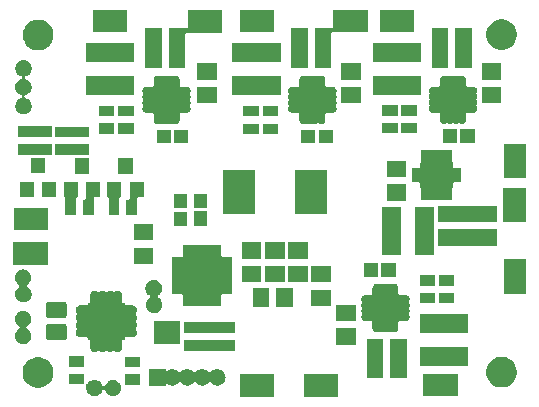
<source format=gbr>
G04 #@! TF.GenerationSoftware,KiCad,Pcbnew,(5.0.1)-4*
G04 #@! TF.CreationDate,2019-03-16T12:44:05-04:00*
G04 #@! TF.ProjectId,Wii reg,576969207265672E6B696361645F7063,rev?*
G04 #@! TF.SameCoordinates,Original*
G04 #@! TF.FileFunction,Soldermask,Top*
G04 #@! TF.FilePolarity,Negative*
%FSLAX46Y46*%
G04 Gerber Fmt 4.6, Leading zero omitted, Abs format (unit mm)*
G04 Created by KiCad (PCBNEW (5.0.1)-4) date 3/16/2019 12:44:05 PM*
%MOMM*%
%LPD*%
G01*
G04 APERTURE LIST*
%ADD10C,0.100000*%
G04 APERTURE END LIST*
D10*
G36*
X215580000Y-117300000D02*
X212680000Y-117300000D01*
X212680000Y-115400000D01*
X215580000Y-115400000D01*
X215580000Y-117300000D01*
X215580000Y-117300000D01*
G37*
G36*
X210110000Y-117300000D02*
X207210000Y-117300000D01*
X207210000Y-115400000D01*
X210110000Y-115400000D01*
X210110000Y-117300000D01*
X210110000Y-117300000D01*
G37*
G36*
X225680000Y-117270000D02*
X222780000Y-117270000D01*
X222780000Y-115370000D01*
X225680000Y-115370000D01*
X225680000Y-117270000D01*
X225680000Y-117270000D01*
G37*
G36*
X195134183Y-115876900D02*
X195260384Y-115929175D01*
X195261574Y-115929668D01*
X195376224Y-116006274D01*
X195473726Y-116103776D01*
X195499145Y-116141819D01*
X195550332Y-116218425D01*
X195601586Y-116342163D01*
X195613137Y-116363774D01*
X195628683Y-116382716D01*
X195647625Y-116398262D01*
X195669235Y-116409813D01*
X195692685Y-116416926D01*
X195717071Y-116419328D01*
X195741457Y-116416926D01*
X195764906Y-116409813D01*
X195786517Y-116398262D01*
X195805459Y-116382716D01*
X195821005Y-116363774D01*
X195832556Y-116342163D01*
X195879668Y-116228425D01*
X195956275Y-116113775D01*
X196053775Y-116016275D01*
X196068743Y-116006274D01*
X196168426Y-115939668D01*
X196193751Y-115929178D01*
X196295817Y-115886900D01*
X196431055Y-115860000D01*
X196568945Y-115860000D01*
X196704183Y-115886900D01*
X196806249Y-115929178D01*
X196831574Y-115939668D01*
X196946224Y-116016274D01*
X197043726Y-116113776D01*
X197072854Y-116157370D01*
X197120332Y-116228426D01*
X197173100Y-116355817D01*
X197200000Y-116491055D01*
X197200000Y-116628945D01*
X197173100Y-116764183D01*
X197124474Y-116881574D01*
X197120332Y-116891574D01*
X197050408Y-116996224D01*
X197043725Y-117006225D01*
X196946225Y-117103725D01*
X196831574Y-117180332D01*
X196704183Y-117233100D01*
X196568945Y-117260000D01*
X196431055Y-117260000D01*
X196295817Y-117233100D01*
X196168426Y-117180332D01*
X196053775Y-117103725D01*
X195956275Y-117006225D01*
X195949593Y-116996224D01*
X195930855Y-116968181D01*
X195879668Y-116891575D01*
X195828414Y-116767837D01*
X195816863Y-116746226D01*
X195801317Y-116727284D01*
X195782375Y-116711738D01*
X195760765Y-116700187D01*
X195737315Y-116693074D01*
X195712929Y-116690672D01*
X195688543Y-116693074D01*
X195665094Y-116700187D01*
X195643483Y-116711738D01*
X195624541Y-116727284D01*
X195608995Y-116746226D01*
X195597444Y-116767837D01*
X195550332Y-116881575D01*
X195543650Y-116891575D01*
X195473726Y-116996224D01*
X195376224Y-117093726D01*
X195261574Y-117170332D01*
X195134183Y-117223100D01*
X194998945Y-117250000D01*
X194861055Y-117250000D01*
X194725817Y-117223100D01*
X194598426Y-117170332D01*
X194483776Y-117093726D01*
X194386274Y-116996224D01*
X194309668Y-116881574D01*
X194256900Y-116754183D01*
X194230000Y-116618945D01*
X194230000Y-116481055D01*
X194246245Y-116399386D01*
X194248647Y-116375000D01*
X194246245Y-116350614D01*
X194239132Y-116327165D01*
X194227581Y-116305554D01*
X194212035Y-116286612D01*
X194197024Y-116274292D01*
X194205000Y-116275078D01*
X194229386Y-116272676D01*
X194252835Y-116265563D01*
X194274446Y-116254012D01*
X194293388Y-116238466D01*
X194308934Y-116219525D01*
X194309669Y-116218425D01*
X194386274Y-116103776D01*
X194483776Y-116006274D01*
X194598426Y-115929668D01*
X194599616Y-115929175D01*
X194725817Y-115876900D01*
X194861055Y-115850000D01*
X194998945Y-115850000D01*
X195134183Y-115876900D01*
X195134183Y-115876900D01*
G37*
G36*
X190529196Y-113989958D02*
X190765780Y-114087954D01*
X190978705Y-114230226D01*
X191159774Y-114411295D01*
X191302046Y-114624220D01*
X191400042Y-114860804D01*
X191450000Y-115111960D01*
X191450000Y-115368040D01*
X191400042Y-115619196D01*
X191302046Y-115855780D01*
X191159774Y-116068705D01*
X190978705Y-116249774D01*
X190765780Y-116392046D01*
X190529196Y-116490042D01*
X190278040Y-116540000D01*
X190021960Y-116540000D01*
X189770804Y-116490042D01*
X189534220Y-116392046D01*
X189321295Y-116249774D01*
X189140226Y-116068705D01*
X188997954Y-115855780D01*
X188899958Y-115619196D01*
X188850000Y-115368040D01*
X188850000Y-115111960D01*
X188899958Y-114860804D01*
X188997954Y-114624220D01*
X189140226Y-114411295D01*
X189321295Y-114230226D01*
X189534220Y-114087954D01*
X189770804Y-113989958D01*
X190021960Y-113940000D01*
X190278040Y-113940000D01*
X190529196Y-113989958D01*
X190529196Y-113989958D01*
G37*
G36*
X229789196Y-113969958D02*
X230025780Y-114067954D01*
X230238705Y-114210226D01*
X230419774Y-114391295D01*
X230562046Y-114604220D01*
X230660042Y-114840804D01*
X230710000Y-115091960D01*
X230710000Y-115348040D01*
X230660042Y-115599196D01*
X230562046Y-115835780D01*
X230419774Y-116048705D01*
X230238705Y-116229774D01*
X230025780Y-116372046D01*
X229789196Y-116470042D01*
X229538040Y-116520000D01*
X229281960Y-116520000D01*
X229030804Y-116470042D01*
X228794220Y-116372046D01*
X228581295Y-116229774D01*
X228400226Y-116048705D01*
X228257954Y-115835780D01*
X228159958Y-115599196D01*
X228110000Y-115348040D01*
X228110000Y-115091960D01*
X228159958Y-114840804D01*
X228257954Y-114604220D01*
X228400226Y-114391295D01*
X228581295Y-114210226D01*
X228794220Y-114067954D01*
X229030804Y-113969958D01*
X229281960Y-113920000D01*
X229538040Y-113920000D01*
X229789196Y-113969958D01*
X229789196Y-113969958D01*
G37*
G36*
X200950000Y-114962400D02*
X200952402Y-114986786D01*
X200959515Y-115010235D01*
X200971066Y-115031846D01*
X200986612Y-115050788D01*
X201005554Y-115066334D01*
X201027165Y-115077885D01*
X201050614Y-115084998D01*
X201075000Y-115087400D01*
X201099386Y-115084998D01*
X201133924Y-115072640D01*
X201174806Y-115050788D01*
X201250825Y-115010155D01*
X201382776Y-114970128D01*
X201485610Y-114960000D01*
X201554390Y-114960000D01*
X201657224Y-114970128D01*
X201789175Y-115010155D01*
X201910781Y-115075155D01*
X202017370Y-115162630D01*
X202058380Y-115212601D01*
X202075701Y-115229922D01*
X202096076Y-115243536D01*
X202118715Y-115252914D01*
X202142748Y-115257694D01*
X202167252Y-115257694D01*
X202191286Y-115252913D01*
X202213925Y-115243536D01*
X202234299Y-115229922D01*
X202251620Y-115212601D01*
X202292630Y-115162630D01*
X202399219Y-115075155D01*
X202520825Y-115010155D01*
X202652776Y-114970128D01*
X202755610Y-114960000D01*
X202824390Y-114960000D01*
X202927224Y-114970128D01*
X203059175Y-115010155D01*
X203180781Y-115075155D01*
X203287370Y-115162630D01*
X203328380Y-115212601D01*
X203345701Y-115229922D01*
X203366076Y-115243536D01*
X203388715Y-115252914D01*
X203412748Y-115257694D01*
X203437252Y-115257694D01*
X203461286Y-115252913D01*
X203483925Y-115243536D01*
X203504299Y-115229922D01*
X203521620Y-115212601D01*
X203562630Y-115162630D01*
X203669219Y-115075155D01*
X203790825Y-115010155D01*
X203922776Y-114970128D01*
X204025610Y-114960000D01*
X204094390Y-114960000D01*
X204197224Y-114970128D01*
X204329175Y-115010155D01*
X204450781Y-115075155D01*
X204557370Y-115162630D01*
X204598380Y-115212601D01*
X204615701Y-115229922D01*
X204636076Y-115243536D01*
X204658715Y-115252914D01*
X204682748Y-115257694D01*
X204707252Y-115257694D01*
X204731286Y-115252913D01*
X204753925Y-115243536D01*
X204774299Y-115229922D01*
X204791620Y-115212601D01*
X204832630Y-115162630D01*
X204939219Y-115075155D01*
X205060825Y-115010155D01*
X205192776Y-114970128D01*
X205295610Y-114960000D01*
X205364390Y-114960000D01*
X205467224Y-114970128D01*
X205599175Y-115010155D01*
X205720781Y-115075155D01*
X205827370Y-115162630D01*
X205914845Y-115269219D01*
X205979845Y-115390825D01*
X206019872Y-115522776D01*
X206033387Y-115660000D01*
X206019872Y-115797224D01*
X205979845Y-115929175D01*
X205914845Y-116050781D01*
X205827370Y-116157370D01*
X205720781Y-116244845D01*
X205599175Y-116309845D01*
X205467224Y-116349872D01*
X205364390Y-116360000D01*
X205295610Y-116360000D01*
X205192776Y-116349872D01*
X205060825Y-116309845D01*
X204939219Y-116244845D01*
X204832630Y-116157370D01*
X204791620Y-116107399D01*
X204774299Y-116090078D01*
X204753924Y-116076464D01*
X204731285Y-116067086D01*
X204707252Y-116062306D01*
X204682748Y-116062306D01*
X204658714Y-116067087D01*
X204636075Y-116076464D01*
X204615701Y-116090078D01*
X204598380Y-116107399D01*
X204557370Y-116157370D01*
X204450781Y-116244845D01*
X204329175Y-116309845D01*
X204197224Y-116349872D01*
X204094390Y-116360000D01*
X204025610Y-116360000D01*
X203922776Y-116349872D01*
X203790825Y-116309845D01*
X203669219Y-116244845D01*
X203562630Y-116157370D01*
X203521620Y-116107399D01*
X203504299Y-116090078D01*
X203483924Y-116076464D01*
X203461285Y-116067086D01*
X203437252Y-116062306D01*
X203412748Y-116062306D01*
X203388714Y-116067087D01*
X203366075Y-116076464D01*
X203345701Y-116090078D01*
X203328380Y-116107399D01*
X203287370Y-116157370D01*
X203180781Y-116244845D01*
X203059175Y-116309845D01*
X202927224Y-116349872D01*
X202824390Y-116360000D01*
X202755610Y-116360000D01*
X202652776Y-116349872D01*
X202520825Y-116309845D01*
X202399219Y-116244845D01*
X202292630Y-116157370D01*
X202251620Y-116107399D01*
X202234299Y-116090078D01*
X202213924Y-116076464D01*
X202191285Y-116067086D01*
X202167252Y-116062306D01*
X202142748Y-116062306D01*
X202118714Y-116067087D01*
X202096075Y-116076464D01*
X202075701Y-116090078D01*
X202058380Y-116107399D01*
X202017370Y-116157370D01*
X201910781Y-116244845D01*
X201789175Y-116309845D01*
X201657224Y-116349872D01*
X201554390Y-116360000D01*
X201485610Y-116360000D01*
X201382776Y-116349872D01*
X201250825Y-116309845D01*
X201133925Y-116247360D01*
X201111285Y-116237982D01*
X201087252Y-116233202D01*
X201062747Y-116233202D01*
X201038714Y-116237983D01*
X201016075Y-116247360D01*
X200995700Y-116260974D01*
X200978373Y-116278301D01*
X200964760Y-116298676D01*
X200955382Y-116321315D01*
X200950000Y-116357600D01*
X200950000Y-116360000D01*
X199550000Y-116360000D01*
X199550000Y-114960000D01*
X200950000Y-114960000D01*
X200950000Y-114962400D01*
X200950000Y-114962400D01*
G37*
G36*
X198790000Y-116310000D02*
X197490000Y-116310000D01*
X197490000Y-115410000D01*
X198790000Y-115410000D01*
X198790000Y-116310000D01*
X198790000Y-116310000D01*
G37*
G36*
X194080000Y-116150078D02*
X194082402Y-116174464D01*
X194089515Y-116197913D01*
X194101066Y-116219524D01*
X194116612Y-116238466D01*
X194131623Y-116250786D01*
X194123647Y-116250000D01*
X192780000Y-116250000D01*
X192780000Y-115350000D01*
X194080000Y-115350000D01*
X194080000Y-116150078D01*
X194080000Y-116150078D01*
G37*
G36*
X219370000Y-115735000D02*
X217970000Y-115735000D01*
X217970000Y-112385000D01*
X219370000Y-112385000D01*
X219370000Y-115735000D01*
X219370000Y-115735000D01*
G37*
G36*
X221370000Y-115735000D02*
X219970000Y-115735000D01*
X219970000Y-112385000D01*
X221370000Y-112385000D01*
X221370000Y-115735000D01*
X221370000Y-115735000D01*
G37*
G36*
X198790000Y-114810000D02*
X197490000Y-114810000D01*
X197490000Y-113910000D01*
X198790000Y-113910000D01*
X198790000Y-114810000D01*
X198790000Y-114810000D01*
G37*
G36*
X194080000Y-114750000D02*
X192780000Y-114750000D01*
X192780000Y-113850000D01*
X194080000Y-113850000D01*
X194080000Y-114750000D01*
X194080000Y-114750000D01*
G37*
G36*
X226560000Y-114690000D02*
X222460000Y-114690000D01*
X222460000Y-113090000D01*
X226560000Y-113090000D01*
X226560000Y-114690000D01*
X226560000Y-114690000D01*
G37*
G36*
X196978512Y-108315426D02*
X197030808Y-108331290D01*
X197049203Y-108336870D01*
X197114343Y-108371688D01*
X197150701Y-108401526D01*
X197171448Y-108418552D01*
X197218309Y-108475653D01*
X197218310Y-108475655D01*
X197253131Y-108540799D01*
X197253209Y-108541056D01*
X197274574Y-108611487D01*
X197277337Y-108639539D01*
X197280000Y-108666580D01*
X197280000Y-109153419D01*
X197273572Y-109218682D01*
X197272768Y-109222721D01*
X197272762Y-109247226D01*
X197277538Y-109271260D01*
X197286910Y-109293901D01*
X197300520Y-109314278D01*
X197317843Y-109331609D01*
X197338215Y-109345228D01*
X197360852Y-109354610D01*
X197384884Y-109359395D01*
X197397163Y-109360000D01*
X197480000Y-109360000D01*
X197480000Y-109442837D01*
X197482402Y-109467223D01*
X197489515Y-109490672D01*
X197501066Y-109512283D01*
X197516612Y-109531225D01*
X197535554Y-109546771D01*
X197557165Y-109558322D01*
X197580614Y-109565435D01*
X197605000Y-109567837D01*
X197619216Y-109566437D01*
X197619235Y-109566633D01*
X197631486Y-109565426D01*
X197631487Y-109565426D01*
X197671685Y-109561467D01*
X197686580Y-109560000D01*
X198173420Y-109560000D01*
X198191784Y-109561809D01*
X198228513Y-109565426D01*
X198273075Y-109578944D01*
X198299201Y-109586869D01*
X198326105Y-109601250D01*
X198364347Y-109621691D01*
X198421448Y-109668552D01*
X198468309Y-109725653D01*
X198468310Y-109725655D01*
X198503131Y-109790799D01*
X198506605Y-109802252D01*
X198524574Y-109861487D01*
X198531814Y-109935000D01*
X198524574Y-110008513D01*
X198515963Y-110036900D01*
X198503131Y-110079201D01*
X198497536Y-110089668D01*
X198468309Y-110144347D01*
X198438474Y-110180701D01*
X198424861Y-110201076D01*
X198415483Y-110223715D01*
X198410703Y-110247748D01*
X198410703Y-110272253D01*
X198415484Y-110296286D01*
X198424861Y-110318925D01*
X198438472Y-110339296D01*
X198468309Y-110375653D01*
X198468310Y-110375655D01*
X198503131Y-110440799D01*
X198503131Y-110440800D01*
X198524574Y-110511487D01*
X198531814Y-110585000D01*
X198524574Y-110658513D01*
X198519698Y-110674587D01*
X198503131Y-110729201D01*
X198499822Y-110735391D01*
X198468309Y-110794347D01*
X198438474Y-110830701D01*
X198424861Y-110851076D01*
X198415483Y-110873715D01*
X198410703Y-110897748D01*
X198410703Y-110922253D01*
X198415484Y-110946286D01*
X198424861Y-110968925D01*
X198438472Y-110989296D01*
X198468309Y-111025653D01*
X198468310Y-111025655D01*
X198503131Y-111090799D01*
X198503131Y-111090800D01*
X198524574Y-111161487D01*
X198531814Y-111235000D01*
X198524574Y-111308513D01*
X198514533Y-111341612D01*
X198503131Y-111379201D01*
X198487102Y-111409188D01*
X198468309Y-111444347D01*
X198438474Y-111480701D01*
X198424861Y-111501076D01*
X198415483Y-111523715D01*
X198410703Y-111547748D01*
X198410703Y-111572253D01*
X198415484Y-111596286D01*
X198424861Y-111618925D01*
X198438472Y-111639296D01*
X198468309Y-111675653D01*
X198468310Y-111675655D01*
X198503131Y-111740799D01*
X198503131Y-111740800D01*
X198524574Y-111811487D01*
X198531814Y-111885000D01*
X198524574Y-111958513D01*
X198510279Y-112005638D01*
X198503131Y-112029201D01*
X198475414Y-112081055D01*
X198468309Y-112094347D01*
X198421448Y-112151448D01*
X198364347Y-112198309D01*
X198364345Y-112198310D01*
X198299201Y-112233131D01*
X198275638Y-112240279D01*
X198228513Y-112254574D01*
X198198417Y-112257538D01*
X198173420Y-112260000D01*
X197686580Y-112260000D01*
X197675724Y-112258931D01*
X197631487Y-112254574D01*
X197631485Y-112254573D01*
X197621318Y-112253572D01*
X197617279Y-112252768D01*
X197592774Y-112252762D01*
X197568740Y-112257538D01*
X197546099Y-112266910D01*
X197525722Y-112280520D01*
X197508391Y-112297843D01*
X197494772Y-112318215D01*
X197485390Y-112340852D01*
X197480605Y-112364884D01*
X197480000Y-112377163D01*
X197480000Y-112460000D01*
X197397163Y-112460000D01*
X197372777Y-112462402D01*
X197349328Y-112469515D01*
X197327717Y-112481066D01*
X197308775Y-112496612D01*
X197293229Y-112515554D01*
X197281678Y-112537165D01*
X197274565Y-112560614D01*
X197272163Y-112585000D01*
X197273563Y-112599216D01*
X197273367Y-112599235D01*
X197274574Y-112611486D01*
X197274574Y-112611487D01*
X197280000Y-112666581D01*
X197280000Y-113153419D01*
X197274574Y-113208513D01*
X197260279Y-113255638D01*
X197253131Y-113279201D01*
X197222293Y-113336894D01*
X197218309Y-113344347D01*
X197171448Y-113401448D01*
X197114347Y-113448309D01*
X197114345Y-113448310D01*
X197049201Y-113483131D01*
X197025638Y-113490279D01*
X196978513Y-113504574D01*
X196905000Y-113511814D01*
X196831488Y-113504574D01*
X196784363Y-113490279D01*
X196760800Y-113483131D01*
X196695656Y-113448310D01*
X196695654Y-113448309D01*
X196659293Y-113418469D01*
X196638927Y-113404860D01*
X196616288Y-113395483D01*
X196592254Y-113390702D01*
X196567750Y-113390702D01*
X196543716Y-113395482D01*
X196521077Y-113404859D01*
X196500702Y-113418474D01*
X196464347Y-113448309D01*
X196434023Y-113464518D01*
X196399201Y-113483131D01*
X196375638Y-113490279D01*
X196328513Y-113504574D01*
X196255000Y-113511814D01*
X196181488Y-113504574D01*
X196134363Y-113490279D01*
X196110800Y-113483131D01*
X196045656Y-113448310D01*
X196045654Y-113448309D01*
X196009293Y-113418469D01*
X195988927Y-113404860D01*
X195966288Y-113395483D01*
X195942254Y-113390702D01*
X195917750Y-113390702D01*
X195893716Y-113395482D01*
X195871077Y-113404859D01*
X195850702Y-113418474D01*
X195814347Y-113448309D01*
X195784023Y-113464518D01*
X195749201Y-113483131D01*
X195725638Y-113490279D01*
X195678513Y-113504574D01*
X195605000Y-113511814D01*
X195531488Y-113504574D01*
X195484363Y-113490279D01*
X195460800Y-113483131D01*
X195395656Y-113448310D01*
X195395654Y-113448309D01*
X195359293Y-113418469D01*
X195338927Y-113404860D01*
X195316288Y-113395483D01*
X195292254Y-113390702D01*
X195267750Y-113390702D01*
X195243716Y-113395482D01*
X195221077Y-113404859D01*
X195200702Y-113418474D01*
X195164347Y-113448309D01*
X195134023Y-113464518D01*
X195099201Y-113483131D01*
X195075638Y-113490279D01*
X195028513Y-113504574D01*
X194955000Y-113511814D01*
X194881488Y-113504574D01*
X194834363Y-113490279D01*
X194810800Y-113483131D01*
X194745656Y-113448310D01*
X194745654Y-113448309D01*
X194688553Y-113401448D01*
X194641692Y-113344347D01*
X194637708Y-113336894D01*
X194606870Y-113279201D01*
X194599722Y-113255638D01*
X194585427Y-113208513D01*
X194580000Y-113153419D01*
X194580000Y-112666582D01*
X194585426Y-112611488D01*
X194585426Y-112611487D01*
X194586429Y-112601306D01*
X194587234Y-112597261D01*
X194587236Y-112572757D01*
X194582457Y-112548723D01*
X194573082Y-112526084D01*
X194559469Y-112505708D01*
X194542143Y-112488380D01*
X194521770Y-112474764D01*
X194499131Y-112465385D01*
X194475098Y-112460603D01*
X194462837Y-112460000D01*
X194380000Y-112460000D01*
X194380000Y-112377163D01*
X194377598Y-112352777D01*
X194370485Y-112329328D01*
X194358934Y-112307717D01*
X194343388Y-112288775D01*
X194324446Y-112273229D01*
X194302835Y-112261678D01*
X194279386Y-112254565D01*
X194255000Y-112252163D01*
X194240784Y-112253563D01*
X194240765Y-112253367D01*
X194228514Y-112254574D01*
X194228513Y-112254574D01*
X194198417Y-112257538D01*
X194173420Y-112260000D01*
X193686580Y-112260000D01*
X193661583Y-112257538D01*
X193631487Y-112254574D01*
X193584362Y-112240279D01*
X193560799Y-112233131D01*
X193495655Y-112198310D01*
X193495653Y-112198309D01*
X193438552Y-112151448D01*
X193391691Y-112094347D01*
X193384586Y-112081055D01*
X193356869Y-112029201D01*
X193349721Y-112005638D01*
X193335426Y-111958513D01*
X193328186Y-111885000D01*
X193335426Y-111811487D01*
X193356869Y-111740800D01*
X193356869Y-111740799D01*
X193391690Y-111675655D01*
X193391691Y-111675653D01*
X193421528Y-111639296D01*
X193435139Y-111618924D01*
X193444517Y-111596285D01*
X193449297Y-111572252D01*
X193449297Y-111547747D01*
X193444516Y-111523714D01*
X193435139Y-111501075D01*
X193421526Y-111480701D01*
X193391691Y-111444347D01*
X193372898Y-111409188D01*
X193356869Y-111379201D01*
X193345467Y-111341612D01*
X193335426Y-111308513D01*
X193328186Y-111235000D01*
X193335426Y-111161487D01*
X193356869Y-111090800D01*
X193356869Y-111090799D01*
X193391690Y-111025655D01*
X193391691Y-111025653D01*
X193421528Y-110989296D01*
X193435139Y-110968924D01*
X193444517Y-110946285D01*
X193449297Y-110922252D01*
X193449297Y-110897747D01*
X193444516Y-110873714D01*
X193435139Y-110851075D01*
X193421526Y-110830701D01*
X193391691Y-110794347D01*
X193360178Y-110735391D01*
X193356869Y-110729201D01*
X193340302Y-110674587D01*
X193335426Y-110658513D01*
X193328186Y-110585000D01*
X193335426Y-110511487D01*
X193356869Y-110440800D01*
X193356869Y-110440799D01*
X193391690Y-110375655D01*
X193391691Y-110375653D01*
X193421528Y-110339296D01*
X193435139Y-110318924D01*
X193444517Y-110296285D01*
X193449297Y-110272252D01*
X193449297Y-110247747D01*
X193444516Y-110223714D01*
X193435139Y-110201075D01*
X193421526Y-110180701D01*
X193391691Y-110144347D01*
X193362464Y-110089668D01*
X193356869Y-110079201D01*
X193344037Y-110036900D01*
X193335426Y-110008513D01*
X193328186Y-109935000D01*
X193335426Y-109861487D01*
X193353395Y-109802252D01*
X193356869Y-109790799D01*
X193391690Y-109725655D01*
X193391691Y-109725653D01*
X193438552Y-109668552D01*
X193495653Y-109621691D01*
X193533895Y-109601250D01*
X193560799Y-109586869D01*
X193586925Y-109578944D01*
X193631487Y-109565426D01*
X193668216Y-109561809D01*
X193686580Y-109560000D01*
X194173420Y-109560000D01*
X194184276Y-109561069D01*
X194228513Y-109565426D01*
X194228515Y-109565427D01*
X194238682Y-109566428D01*
X194242721Y-109567232D01*
X194267226Y-109567238D01*
X194291260Y-109562462D01*
X194313901Y-109553090D01*
X194334278Y-109539480D01*
X194351609Y-109522157D01*
X194365228Y-109501785D01*
X194374610Y-109479148D01*
X194379395Y-109455116D01*
X194380000Y-109442837D01*
X194380000Y-109360000D01*
X194462838Y-109360000D01*
X194487224Y-109357598D01*
X194510673Y-109350485D01*
X194532284Y-109338934D01*
X194551226Y-109323388D01*
X194566772Y-109304446D01*
X194578323Y-109282835D01*
X194585436Y-109259386D01*
X194587838Y-109235000D01*
X194586438Y-109220782D01*
X194586634Y-109220763D01*
X194584103Y-109195065D01*
X194580000Y-109153419D01*
X194580000Y-108666582D01*
X194580282Y-108663723D01*
X194583642Y-108629607D01*
X194585426Y-108611488D01*
X194601898Y-108557188D01*
X194606870Y-108540797D01*
X194641688Y-108475657D01*
X194688552Y-108418552D01*
X194704070Y-108405817D01*
X194745653Y-108371691D01*
X194758171Y-108365000D01*
X194810799Y-108336869D01*
X194834362Y-108329721D01*
X194881487Y-108315426D01*
X194955000Y-108308186D01*
X195028512Y-108315426D01*
X195080808Y-108331290D01*
X195099203Y-108336870D01*
X195164343Y-108371688D01*
X195200701Y-108401526D01*
X195221076Y-108415139D01*
X195243715Y-108424517D01*
X195267748Y-108429297D01*
X195292253Y-108429297D01*
X195316286Y-108424516D01*
X195338925Y-108415139D01*
X195359296Y-108401528D01*
X195395653Y-108371691D01*
X195408171Y-108365000D01*
X195460799Y-108336869D01*
X195484362Y-108329721D01*
X195531487Y-108315426D01*
X195605000Y-108308186D01*
X195678512Y-108315426D01*
X195730808Y-108331290D01*
X195749203Y-108336870D01*
X195814343Y-108371688D01*
X195850701Y-108401526D01*
X195871076Y-108415139D01*
X195893715Y-108424517D01*
X195917748Y-108429297D01*
X195942253Y-108429297D01*
X195966286Y-108424516D01*
X195988925Y-108415139D01*
X196009296Y-108401528D01*
X196045653Y-108371691D01*
X196058171Y-108365000D01*
X196110799Y-108336869D01*
X196134362Y-108329721D01*
X196181487Y-108315426D01*
X196255000Y-108308186D01*
X196328512Y-108315426D01*
X196380808Y-108331290D01*
X196399203Y-108336870D01*
X196464343Y-108371688D01*
X196500701Y-108401526D01*
X196521076Y-108415139D01*
X196543715Y-108424517D01*
X196567748Y-108429297D01*
X196592253Y-108429297D01*
X196616286Y-108424516D01*
X196638925Y-108415139D01*
X196659296Y-108401528D01*
X196695653Y-108371691D01*
X196708171Y-108365000D01*
X196760799Y-108336869D01*
X196784362Y-108329721D01*
X196831487Y-108315426D01*
X196905000Y-108308186D01*
X196978512Y-108315426D01*
X196978512Y-108315426D01*
G37*
G36*
X206830000Y-113390000D02*
X202530000Y-113390000D01*
X202530000Y-112490000D01*
X206830000Y-112490000D01*
X206830000Y-113390000D01*
X206830000Y-113390000D01*
G37*
G36*
X217065000Y-112910000D02*
X215415000Y-112910000D01*
X215415000Y-111510000D01*
X217065000Y-111510000D01*
X217065000Y-112910000D01*
X217065000Y-112910000D01*
G37*
G36*
X189094183Y-110036900D02*
X189221574Y-110089668D01*
X189336224Y-110166274D01*
X189433726Y-110263776D01*
X189495222Y-110355812D01*
X189510332Y-110378426D01*
X189563100Y-110505817D01*
X189590000Y-110641055D01*
X189590000Y-110778945D01*
X189563100Y-110914183D01*
X189518104Y-111022811D01*
X189510332Y-111041574D01*
X189433726Y-111156224D01*
X189336224Y-111253726D01*
X189227955Y-111326068D01*
X189209016Y-111341612D01*
X189193471Y-111360554D01*
X189181920Y-111382165D01*
X189174807Y-111405614D01*
X189172405Y-111430000D01*
X189174807Y-111454387D01*
X189181920Y-111477836D01*
X189193471Y-111499447D01*
X189209017Y-111518389D01*
X189227955Y-111533932D01*
X189336224Y-111606274D01*
X189433726Y-111703776D01*
X189505696Y-111811487D01*
X189510332Y-111818426D01*
X189563100Y-111945817D01*
X189590000Y-112081055D01*
X189590000Y-112218945D01*
X189563100Y-112354183D01*
X189518273Y-112462402D01*
X189510332Y-112481574D01*
X189441226Y-112585000D01*
X189433725Y-112596225D01*
X189336225Y-112693725D01*
X189221574Y-112770332D01*
X189094183Y-112823100D01*
X188958945Y-112850000D01*
X188821055Y-112850000D01*
X188685817Y-112823100D01*
X188558426Y-112770332D01*
X188443775Y-112693725D01*
X188346275Y-112596225D01*
X188338775Y-112585000D01*
X188269668Y-112481574D01*
X188261727Y-112462402D01*
X188216900Y-112354183D01*
X188190000Y-112218945D01*
X188190000Y-112081055D01*
X188216900Y-111945817D01*
X188269668Y-111818426D01*
X188274304Y-111811487D01*
X188346274Y-111703776D01*
X188443776Y-111606274D01*
X188552045Y-111533932D01*
X188570984Y-111518388D01*
X188586529Y-111499446D01*
X188598080Y-111477835D01*
X188605193Y-111454386D01*
X188607595Y-111430000D01*
X188605193Y-111405613D01*
X188598080Y-111382164D01*
X188586529Y-111360553D01*
X188570983Y-111341611D01*
X188552045Y-111326068D01*
X188443776Y-111253726D01*
X188346274Y-111156224D01*
X188269668Y-111041574D01*
X188261896Y-111022811D01*
X188216900Y-110914183D01*
X188190000Y-110778945D01*
X188190000Y-110641055D01*
X188216900Y-110505817D01*
X188269668Y-110378426D01*
X188284778Y-110355812D01*
X188346274Y-110263776D01*
X188443776Y-110166274D01*
X188558426Y-110089668D01*
X188685817Y-110036900D01*
X188821055Y-110010000D01*
X188958945Y-110010000D01*
X189094183Y-110036900D01*
X189094183Y-110036900D01*
G37*
G36*
X202160000Y-112830000D02*
X199960000Y-112830000D01*
X199960000Y-110930000D01*
X202160000Y-110930000D01*
X202160000Y-112830000D01*
X202160000Y-112830000D01*
G37*
G36*
X192383497Y-111138497D02*
X192436153Y-111154470D01*
X192484665Y-111180400D01*
X192527196Y-111215304D01*
X192562100Y-111257835D01*
X192588030Y-111306347D01*
X192604003Y-111359003D01*
X192610000Y-111419890D01*
X192610000Y-112220110D01*
X192604003Y-112280997D01*
X192588030Y-112333653D01*
X192562100Y-112382165D01*
X192527196Y-112424696D01*
X192484665Y-112459600D01*
X192436153Y-112485530D01*
X192383497Y-112501503D01*
X192322610Y-112507500D01*
X191097390Y-112507500D01*
X191036503Y-112501503D01*
X190983847Y-112485530D01*
X190935335Y-112459600D01*
X190892804Y-112424696D01*
X190857900Y-112382165D01*
X190831970Y-112333653D01*
X190815997Y-112280997D01*
X190810000Y-112220110D01*
X190810000Y-111419890D01*
X190815997Y-111359003D01*
X190831970Y-111306347D01*
X190857900Y-111257835D01*
X190892804Y-111215304D01*
X190935335Y-111180400D01*
X190983847Y-111154470D01*
X191036503Y-111138497D01*
X191097390Y-111132500D01*
X192322610Y-111132500D01*
X192383497Y-111138497D01*
X192383497Y-111138497D01*
G37*
G36*
X206830000Y-111890000D02*
X202530000Y-111890000D01*
X202530000Y-110990000D01*
X206830000Y-110990000D01*
X206830000Y-111890000D01*
X206830000Y-111890000D01*
G37*
G36*
X226560000Y-111890000D02*
X222460000Y-111890000D01*
X222460000Y-110290000D01*
X226560000Y-110290000D01*
X226560000Y-111890000D01*
X226560000Y-111890000D01*
G37*
G36*
X220388608Y-107745064D02*
X220388611Y-107745065D01*
X220388612Y-107745065D01*
X220454587Y-107765078D01*
X220454589Y-107765079D01*
X220454592Y-107765080D01*
X220515391Y-107797577D01*
X220568685Y-107841315D01*
X220612423Y-107894609D01*
X220644920Y-107955408D01*
X220644921Y-107955411D01*
X220644922Y-107955413D01*
X220664935Y-108021388D01*
X220664936Y-108021392D01*
X220670000Y-108072808D01*
X220670000Y-108563332D01*
X220670438Y-108563332D01*
X220670438Y-108565000D01*
X220670000Y-108565000D01*
X220670000Y-108565164D01*
X220670439Y-108569618D01*
X220670440Y-108577273D01*
X220671930Y-108584755D01*
X220672402Y-108589550D01*
X220673806Y-108594178D01*
X220675225Y-108601306D01*
X220677997Y-108607996D01*
X220679515Y-108612999D01*
X220681988Y-108617626D01*
X220684606Y-108623943D01*
X220688392Y-108629607D01*
X220691066Y-108634610D01*
X220694677Y-108639009D01*
X220698223Y-108644315D01*
X220702724Y-108648815D01*
X220706612Y-108653552D01*
X220711363Y-108657451D01*
X220715553Y-108661640D01*
X220720461Y-108664918D01*
X220725554Y-108669098D01*
X220731387Y-108672216D01*
X220735930Y-108675250D01*
X220740961Y-108677333D01*
X220747165Y-108680649D01*
X220753917Y-108682697D01*
X220758571Y-108684624D01*
X220761892Y-108685116D01*
X220770614Y-108687762D01*
X220784274Y-108688434D01*
X220794836Y-108690000D01*
X220795000Y-108690000D01*
X220795000Y-108688962D01*
X220796668Y-108689044D01*
X220796668Y-108690000D01*
X221287192Y-108690000D01*
X221338608Y-108695064D01*
X221338611Y-108695065D01*
X221338612Y-108695065D01*
X221404587Y-108715078D01*
X221404589Y-108715079D01*
X221404592Y-108715080D01*
X221465391Y-108747577D01*
X221518685Y-108791315D01*
X221562423Y-108844609D01*
X221594920Y-108905408D01*
X221594921Y-108905411D01*
X221594922Y-108905413D01*
X221614935Y-108971388D01*
X221614936Y-108971392D01*
X221621693Y-109040000D01*
X221614936Y-109108608D01*
X221614935Y-109108611D01*
X221614935Y-109108612D01*
X221601344Y-109153417D01*
X221594920Y-109174592D01*
X221564729Y-109231076D01*
X221555351Y-109253715D01*
X221550571Y-109277748D01*
X221550571Y-109302252D01*
X221555352Y-109326286D01*
X221564729Y-109348924D01*
X221594920Y-109405408D01*
X221594921Y-109405411D01*
X221594922Y-109405413D01*
X221614424Y-109469703D01*
X221614936Y-109471392D01*
X221621693Y-109540000D01*
X221614936Y-109608608D01*
X221614935Y-109608611D01*
X221614935Y-109608612D01*
X221596753Y-109668552D01*
X221594920Y-109674592D01*
X221564729Y-109731076D01*
X221555351Y-109753715D01*
X221550571Y-109777748D01*
X221550571Y-109802252D01*
X221555352Y-109826286D01*
X221564729Y-109848924D01*
X221594920Y-109905408D01*
X221614936Y-109971392D01*
X221621693Y-110040000D01*
X221614936Y-110108608D01*
X221614935Y-110108611D01*
X221614935Y-110108612D01*
X221597444Y-110166274D01*
X221594920Y-110174592D01*
X221564729Y-110231076D01*
X221555351Y-110253715D01*
X221550571Y-110277748D01*
X221550571Y-110302252D01*
X221555352Y-110326286D01*
X221564729Y-110348924D01*
X221594920Y-110405408D01*
X221614936Y-110471392D01*
X221621693Y-110540000D01*
X221614936Y-110608608D01*
X221614935Y-110608611D01*
X221614935Y-110608612D01*
X221599799Y-110658511D01*
X221594920Y-110674592D01*
X221562423Y-110735391D01*
X221518685Y-110788685D01*
X221465391Y-110832423D01*
X221404592Y-110864920D01*
X221404589Y-110864921D01*
X221404587Y-110864922D01*
X221338612Y-110884935D01*
X221338611Y-110884935D01*
X221338608Y-110884936D01*
X221287192Y-110890000D01*
X220796668Y-110890000D01*
X220796668Y-110890438D01*
X220795000Y-110890438D01*
X220795000Y-110890000D01*
X220794836Y-110890000D01*
X220790382Y-110890439D01*
X220782727Y-110890440D01*
X220775245Y-110891930D01*
X220770450Y-110892402D01*
X220765822Y-110893806D01*
X220758694Y-110895225D01*
X220752004Y-110897997D01*
X220747001Y-110899515D01*
X220742374Y-110901988D01*
X220736057Y-110904606D01*
X220730393Y-110908392D01*
X220725390Y-110911066D01*
X220720991Y-110914677D01*
X220715685Y-110918223D01*
X220711185Y-110922724D01*
X220706448Y-110926612D01*
X220702549Y-110931363D01*
X220698360Y-110935553D01*
X220695082Y-110940461D01*
X220690902Y-110945554D01*
X220687784Y-110951387D01*
X220684750Y-110955930D01*
X220682667Y-110960961D01*
X220679351Y-110967165D01*
X220677303Y-110973917D01*
X220675376Y-110978571D01*
X220674884Y-110981892D01*
X220672238Y-110990614D01*
X220671566Y-111004274D01*
X220670000Y-111014836D01*
X220670000Y-111015000D01*
X220671038Y-111015000D01*
X220670956Y-111016668D01*
X220670000Y-111016668D01*
X220670000Y-111507192D01*
X220664936Y-111558608D01*
X220664935Y-111558611D01*
X220664935Y-111558612D01*
X220646640Y-111618925D01*
X220644920Y-111624592D01*
X220612423Y-111685391D01*
X220568685Y-111738685D01*
X220515394Y-111782420D01*
X220479458Y-111801627D01*
X220454586Y-111814922D01*
X220388611Y-111834935D01*
X220388610Y-111834935D01*
X220388607Y-111834936D01*
X220320000Y-111841693D01*
X220251392Y-111834936D01*
X220251389Y-111834935D01*
X220251388Y-111834935D01*
X220185413Y-111814922D01*
X220185411Y-111814921D01*
X220185408Y-111814920D01*
X220128924Y-111784729D01*
X220106285Y-111775351D01*
X220082252Y-111770571D01*
X220057748Y-111770571D01*
X220033714Y-111775352D01*
X220011076Y-111784728D01*
X219978266Y-111802265D01*
X219954586Y-111814922D01*
X219888611Y-111834935D01*
X219888610Y-111834935D01*
X219888607Y-111834936D01*
X219820000Y-111841693D01*
X219751392Y-111834936D01*
X219751389Y-111834935D01*
X219751388Y-111834935D01*
X219685413Y-111814922D01*
X219685411Y-111814921D01*
X219685408Y-111814920D01*
X219628924Y-111784729D01*
X219606285Y-111775351D01*
X219582252Y-111770571D01*
X219557748Y-111770571D01*
X219533714Y-111775352D01*
X219511076Y-111784728D01*
X219478266Y-111802265D01*
X219454586Y-111814922D01*
X219388611Y-111834935D01*
X219388610Y-111834935D01*
X219388607Y-111834936D01*
X219320000Y-111841693D01*
X219251392Y-111834936D01*
X219251389Y-111834935D01*
X219251388Y-111834935D01*
X219185413Y-111814922D01*
X219185411Y-111814921D01*
X219185408Y-111814920D01*
X219128924Y-111784729D01*
X219106285Y-111775351D01*
X219082252Y-111770571D01*
X219057748Y-111770571D01*
X219033714Y-111775352D01*
X219011076Y-111784728D01*
X218978266Y-111802265D01*
X218954586Y-111814922D01*
X218888611Y-111834935D01*
X218888610Y-111834935D01*
X218888607Y-111834936D01*
X218820000Y-111841693D01*
X218751392Y-111834936D01*
X218751389Y-111834935D01*
X218751388Y-111834935D01*
X218685413Y-111814922D01*
X218685411Y-111814921D01*
X218685408Y-111814920D01*
X218624609Y-111782423D01*
X218571315Y-111738685D01*
X218527580Y-111685394D01*
X218502942Y-111639299D01*
X218495078Y-111624586D01*
X218475065Y-111558611D01*
X218475065Y-111558610D01*
X218475064Y-111558607D01*
X218470000Y-111507191D01*
X218470000Y-111016668D01*
X218469562Y-111016668D01*
X218469562Y-111015000D01*
X218470000Y-111015000D01*
X218470000Y-111014836D01*
X218469561Y-111010382D01*
X218469560Y-111002727D01*
X218468070Y-110995245D01*
X218467598Y-110990450D01*
X218466194Y-110985822D01*
X218464775Y-110978694D01*
X218462003Y-110972004D01*
X218460485Y-110967001D01*
X218458012Y-110962374D01*
X218455394Y-110956057D01*
X218451608Y-110950393D01*
X218448934Y-110945390D01*
X218445323Y-110940991D01*
X218441777Y-110935685D01*
X218437276Y-110931185D01*
X218433388Y-110926448D01*
X218428637Y-110922549D01*
X218424447Y-110918360D01*
X218419539Y-110915082D01*
X218414446Y-110910902D01*
X218408613Y-110907784D01*
X218404070Y-110904750D01*
X218399039Y-110902667D01*
X218392835Y-110899351D01*
X218386083Y-110897303D01*
X218381429Y-110895376D01*
X218378108Y-110894884D01*
X218369386Y-110892238D01*
X218355726Y-110891566D01*
X218345164Y-110890000D01*
X218345000Y-110890000D01*
X218345000Y-110891038D01*
X218343332Y-110890956D01*
X218343332Y-110890000D01*
X217852808Y-110890000D01*
X217801392Y-110884936D01*
X217801389Y-110884935D01*
X217801388Y-110884935D01*
X217735413Y-110864922D01*
X217735411Y-110864921D01*
X217735408Y-110864920D01*
X217674609Y-110832423D01*
X217621315Y-110788685D01*
X217577577Y-110735391D01*
X217545080Y-110674592D01*
X217540202Y-110658511D01*
X217525065Y-110608612D01*
X217525065Y-110608611D01*
X217525064Y-110608608D01*
X217518307Y-110540000D01*
X217525064Y-110471392D01*
X217545080Y-110405408D01*
X217575271Y-110348924D01*
X217584649Y-110326285D01*
X217589429Y-110302252D01*
X217589429Y-110277748D01*
X217584648Y-110253714D01*
X217575271Y-110231076D01*
X217545080Y-110174592D01*
X217542557Y-110166274D01*
X217525065Y-110108612D01*
X217525065Y-110108611D01*
X217525064Y-110108608D01*
X217518307Y-110040000D01*
X217525064Y-109971392D01*
X217545080Y-109905408D01*
X217575271Y-109848924D01*
X217584649Y-109826285D01*
X217589429Y-109802252D01*
X217589429Y-109777748D01*
X217584648Y-109753714D01*
X217575271Y-109731076D01*
X217545080Y-109674592D01*
X217543248Y-109668552D01*
X217525065Y-109608612D01*
X217525065Y-109608611D01*
X217525064Y-109608608D01*
X217518307Y-109540000D01*
X217525064Y-109471392D01*
X217525576Y-109469703D01*
X217545078Y-109405413D01*
X217545079Y-109405411D01*
X217545080Y-109405408D01*
X217575271Y-109348924D01*
X217584649Y-109326285D01*
X217589429Y-109302252D01*
X217589429Y-109277748D01*
X217584648Y-109253714D01*
X217575271Y-109231076D01*
X217545080Y-109174592D01*
X217538657Y-109153417D01*
X217525065Y-109108612D01*
X217525065Y-109108611D01*
X217525064Y-109108608D01*
X217518307Y-109040000D01*
X217525064Y-108971392D01*
X217525065Y-108971388D01*
X217545078Y-108905413D01*
X217545079Y-108905411D01*
X217545080Y-108905408D01*
X217577577Y-108844609D01*
X217621315Y-108791315D01*
X217674609Y-108747577D01*
X217735408Y-108715080D01*
X217735411Y-108715079D01*
X217735413Y-108715078D01*
X217801388Y-108695065D01*
X217801389Y-108695065D01*
X217801392Y-108695064D01*
X217852808Y-108690000D01*
X218343332Y-108690000D01*
X218343332Y-108689562D01*
X218345000Y-108689562D01*
X218345000Y-108690000D01*
X218345164Y-108690000D01*
X218349618Y-108689561D01*
X218357273Y-108689560D01*
X218364755Y-108688070D01*
X218369550Y-108687598D01*
X218374178Y-108686194D01*
X218381306Y-108684775D01*
X218387996Y-108682003D01*
X218392999Y-108680485D01*
X218397626Y-108678012D01*
X218403943Y-108675394D01*
X218409607Y-108671608D01*
X218414610Y-108668934D01*
X218419009Y-108665323D01*
X218424315Y-108661777D01*
X218428815Y-108657276D01*
X218433552Y-108653388D01*
X218437451Y-108648637D01*
X218441640Y-108644447D01*
X218444918Y-108639539D01*
X218449098Y-108634446D01*
X218452216Y-108628613D01*
X218455250Y-108624070D01*
X218457333Y-108619039D01*
X218460649Y-108612835D01*
X218462697Y-108606083D01*
X218464624Y-108601429D01*
X218465116Y-108598108D01*
X218467762Y-108589386D01*
X218468435Y-108575721D01*
X218470000Y-108565164D01*
X218470000Y-108565000D01*
X218468963Y-108565000D01*
X218469045Y-108563331D01*
X218470000Y-108563331D01*
X218470000Y-108072811D01*
X218475065Y-108021391D01*
X218484688Y-107989668D01*
X218495079Y-107955413D01*
X218495080Y-107955411D01*
X218495081Y-107955408D01*
X218527578Y-107894609D01*
X218571316Y-107841315D01*
X218624610Y-107797577D01*
X218685409Y-107765080D01*
X218685412Y-107765079D01*
X218685414Y-107765078D01*
X218751389Y-107745065D01*
X218751390Y-107745065D01*
X218751393Y-107745064D01*
X218820000Y-107738307D01*
X218888608Y-107745064D01*
X218888611Y-107745065D01*
X218888612Y-107745065D01*
X218954587Y-107765078D01*
X218954589Y-107765079D01*
X218954592Y-107765080D01*
X219011076Y-107795271D01*
X219033715Y-107804649D01*
X219057748Y-107809429D01*
X219082252Y-107809429D01*
X219106286Y-107804648D01*
X219128924Y-107795272D01*
X219161734Y-107777735D01*
X219185414Y-107765078D01*
X219251389Y-107745065D01*
X219251390Y-107745065D01*
X219251393Y-107745064D01*
X219320000Y-107738307D01*
X219388608Y-107745064D01*
X219388611Y-107745065D01*
X219388612Y-107745065D01*
X219454587Y-107765078D01*
X219454589Y-107765079D01*
X219454592Y-107765080D01*
X219511076Y-107795271D01*
X219533715Y-107804649D01*
X219557748Y-107809429D01*
X219582252Y-107809429D01*
X219606286Y-107804648D01*
X219628924Y-107795272D01*
X219661734Y-107777735D01*
X219685414Y-107765078D01*
X219751389Y-107745065D01*
X219751390Y-107745065D01*
X219751393Y-107745064D01*
X219820000Y-107738307D01*
X219888608Y-107745064D01*
X219888611Y-107745065D01*
X219888612Y-107745065D01*
X219954587Y-107765078D01*
X219954589Y-107765079D01*
X219954592Y-107765080D01*
X220011076Y-107795271D01*
X220033715Y-107804649D01*
X220057748Y-107809429D01*
X220082252Y-107809429D01*
X220106286Y-107804648D01*
X220128924Y-107795272D01*
X220161734Y-107777735D01*
X220185414Y-107765078D01*
X220251389Y-107745065D01*
X220251390Y-107745065D01*
X220251393Y-107745064D01*
X220320000Y-107738307D01*
X220388608Y-107745064D01*
X220388608Y-107745064D01*
G37*
G36*
X217065000Y-110910000D02*
X215415000Y-110910000D01*
X215415000Y-109510000D01*
X217065000Y-109510000D01*
X217065000Y-110910000D01*
X217065000Y-110910000D01*
G37*
G36*
X192383497Y-109263497D02*
X192436153Y-109279470D01*
X192484665Y-109305400D01*
X192527196Y-109340304D01*
X192562100Y-109382835D01*
X192588030Y-109431347D01*
X192604003Y-109484003D01*
X192610000Y-109544890D01*
X192610000Y-110345110D01*
X192604003Y-110405997D01*
X192588030Y-110458653D01*
X192562100Y-110507165D01*
X192527196Y-110549696D01*
X192484665Y-110584600D01*
X192436153Y-110610530D01*
X192383497Y-110626503D01*
X192322610Y-110632500D01*
X191097390Y-110632500D01*
X191036503Y-110626503D01*
X190983847Y-110610530D01*
X190935335Y-110584600D01*
X190892804Y-110549696D01*
X190857900Y-110507165D01*
X190831970Y-110458653D01*
X190815997Y-110405997D01*
X190810000Y-110345110D01*
X190810000Y-109544890D01*
X190815997Y-109484003D01*
X190831970Y-109431347D01*
X190857900Y-109382835D01*
X190892804Y-109340304D01*
X190935335Y-109305400D01*
X190983847Y-109279470D01*
X191036503Y-109263497D01*
X191097390Y-109257500D01*
X192322610Y-109257500D01*
X192383497Y-109263497D01*
X192383497Y-109263497D01*
G37*
G36*
X200154183Y-107446900D02*
X200281574Y-107499668D01*
X200396224Y-107576274D01*
X200493726Y-107673776D01*
X200554732Y-107765079D01*
X200570332Y-107788426D01*
X200623100Y-107915817D01*
X200650000Y-108051055D01*
X200650000Y-108188945D01*
X200623100Y-108324183D01*
X200570332Y-108451574D01*
X200493726Y-108566224D01*
X200396224Y-108663726D01*
X200340371Y-108701045D01*
X200321432Y-108716589D01*
X200305886Y-108735531D01*
X200294335Y-108757142D01*
X200287222Y-108780591D01*
X200284820Y-108804977D01*
X200287222Y-108829363D01*
X200294335Y-108852813D01*
X200305886Y-108874423D01*
X200321432Y-108893365D01*
X200340373Y-108908910D01*
X200370375Y-108928957D01*
X200426224Y-108966274D01*
X200523726Y-109063776D01*
X200553684Y-109108612D01*
X200600332Y-109178426D01*
X200653100Y-109305817D01*
X200680000Y-109441055D01*
X200680000Y-109578945D01*
X200653100Y-109714183D01*
X200604123Y-109832422D01*
X200600332Y-109841574D01*
X200523726Y-109956224D01*
X200426224Y-110053726D01*
X200311574Y-110130332D01*
X200184183Y-110183100D01*
X200048945Y-110210000D01*
X199911055Y-110210000D01*
X199775817Y-110183100D01*
X199648426Y-110130332D01*
X199533776Y-110053726D01*
X199436274Y-109956224D01*
X199359668Y-109841574D01*
X199355877Y-109832422D01*
X199306900Y-109714183D01*
X199280000Y-109578945D01*
X199280000Y-109441055D01*
X199306900Y-109305817D01*
X199359668Y-109178426D01*
X199406316Y-109108612D01*
X199436274Y-109063776D01*
X199533776Y-108966274D01*
X199589629Y-108928955D01*
X199608568Y-108913411D01*
X199624114Y-108894469D01*
X199635665Y-108872858D01*
X199642778Y-108849409D01*
X199645180Y-108825023D01*
X199642778Y-108800637D01*
X199635665Y-108777187D01*
X199624114Y-108755577D01*
X199608568Y-108736635D01*
X199589627Y-108721090D01*
X199525157Y-108678012D01*
X199503776Y-108663726D01*
X199406274Y-108566224D01*
X199329668Y-108451574D01*
X199276900Y-108324183D01*
X199250000Y-108188945D01*
X199250000Y-108051055D01*
X199276900Y-107915817D01*
X199329668Y-107788426D01*
X199345268Y-107765079D01*
X199406274Y-107673776D01*
X199503776Y-107576274D01*
X199618426Y-107499668D01*
X199745817Y-107446900D01*
X199881055Y-107420000D01*
X200018945Y-107420000D01*
X200154183Y-107446900D01*
X200154183Y-107446900D01*
G37*
G36*
X211740000Y-109735000D02*
X210340000Y-109735000D01*
X210340000Y-108085000D01*
X211740000Y-108085000D01*
X211740000Y-109735000D01*
X211740000Y-109735000D01*
G37*
G36*
X209740000Y-109735000D02*
X208340000Y-109735000D01*
X208340000Y-108085000D01*
X209740000Y-108085000D01*
X209740000Y-109735000D01*
X209740000Y-109735000D01*
G37*
G36*
X214945000Y-109630000D02*
X213295000Y-109630000D01*
X213295000Y-108230000D01*
X214945000Y-108230000D01*
X214945000Y-109630000D01*
X214945000Y-109630000D01*
G37*
G36*
X205640000Y-105315000D02*
X205642402Y-105339386D01*
X205649515Y-105362835D01*
X205661066Y-105384446D01*
X205676612Y-105403388D01*
X205695554Y-105418934D01*
X205717165Y-105430485D01*
X205740614Y-105437598D01*
X205765000Y-105440000D01*
X206615000Y-105440000D01*
X206615000Y-108640000D01*
X205765000Y-108640000D01*
X205740614Y-108642402D01*
X205717165Y-108649515D01*
X205695554Y-108661066D01*
X205676612Y-108676612D01*
X205661066Y-108695554D01*
X205649515Y-108717165D01*
X205642402Y-108740614D01*
X205640000Y-108765000D01*
X205640000Y-109615000D01*
X202440000Y-109615000D01*
X202440000Y-108765000D01*
X202437598Y-108740614D01*
X202430485Y-108717165D01*
X202418934Y-108695554D01*
X202403388Y-108676612D01*
X202384446Y-108661066D01*
X202362835Y-108649515D01*
X202339386Y-108642402D01*
X202315000Y-108640000D01*
X201465000Y-108640000D01*
X201465000Y-105440000D01*
X202315000Y-105440000D01*
X202339386Y-105437598D01*
X202362835Y-105430485D01*
X202384446Y-105418934D01*
X202403388Y-105403388D01*
X202418934Y-105384446D01*
X202430485Y-105362835D01*
X202437598Y-105339386D01*
X202440000Y-105315000D01*
X202440000Y-104465000D01*
X205640000Y-104465000D01*
X205640000Y-105315000D01*
X205640000Y-105315000D01*
G37*
G36*
X225390000Y-109390000D02*
X224090000Y-109390000D01*
X224090000Y-108490000D01*
X225390000Y-108490000D01*
X225390000Y-109390000D01*
X225390000Y-109390000D01*
G37*
G36*
X223790000Y-109390000D02*
X222490000Y-109390000D01*
X222490000Y-108490000D01*
X223790000Y-108490000D01*
X223790000Y-109390000D01*
X223790000Y-109390000D01*
G37*
G36*
X189084183Y-106536900D02*
X189211574Y-106589668D01*
X189326225Y-106666275D01*
X189423725Y-106763775D01*
X189500332Y-106878426D01*
X189553100Y-107005817D01*
X189580000Y-107141055D01*
X189580000Y-107278945D01*
X189553100Y-107414183D01*
X189517690Y-107499668D01*
X189500332Y-107541574D01*
X189423726Y-107656224D01*
X189326224Y-107753726D01*
X189262888Y-107796045D01*
X189243949Y-107811589D01*
X189228403Y-107830531D01*
X189216852Y-107852142D01*
X189209739Y-107875591D01*
X189207337Y-107899977D01*
X189209739Y-107924363D01*
X189216852Y-107947813D01*
X189228403Y-107969423D01*
X189243949Y-107988365D01*
X189262890Y-108003910D01*
X189289053Y-108021392D01*
X189356224Y-108066274D01*
X189453726Y-108163776D01*
X189470543Y-108188945D01*
X189530332Y-108278426D01*
X189583100Y-108405817D01*
X189610000Y-108541055D01*
X189610000Y-108678945D01*
X189583100Y-108814183D01*
X189535558Y-108928957D01*
X189530332Y-108941574D01*
X189453726Y-109056224D01*
X189356224Y-109153726D01*
X189294355Y-109195065D01*
X189241574Y-109230332D01*
X189114183Y-109283100D01*
X188978945Y-109310000D01*
X188841055Y-109310000D01*
X188705817Y-109283100D01*
X188578426Y-109230332D01*
X188525645Y-109195065D01*
X188463776Y-109153726D01*
X188366274Y-109056224D01*
X188289668Y-108941574D01*
X188284442Y-108928957D01*
X188236900Y-108814183D01*
X188210000Y-108678945D01*
X188210000Y-108541055D01*
X188236900Y-108405817D01*
X188289668Y-108278426D01*
X188349457Y-108188945D01*
X188366274Y-108163776D01*
X188463776Y-108066274D01*
X188527112Y-108023955D01*
X188546051Y-108008411D01*
X188561597Y-107989469D01*
X188573148Y-107967858D01*
X188580261Y-107944409D01*
X188582663Y-107920023D01*
X188580261Y-107895637D01*
X188573148Y-107872187D01*
X188561597Y-107850577D01*
X188546051Y-107831635D01*
X188527110Y-107816090D01*
X188433775Y-107753725D01*
X188336275Y-107656225D01*
X188259668Y-107541574D01*
X188206900Y-107414183D01*
X188180000Y-107278945D01*
X188180000Y-107141055D01*
X188206900Y-107005817D01*
X188259668Y-106878426D01*
X188336275Y-106763775D01*
X188433775Y-106666275D01*
X188548426Y-106589668D01*
X188675817Y-106536900D01*
X188811055Y-106510000D01*
X188948945Y-106510000D01*
X189084183Y-106536900D01*
X189084183Y-106536900D01*
G37*
G36*
X231470000Y-108570000D02*
X229570000Y-108570000D01*
X229570000Y-105670000D01*
X231470000Y-105670000D01*
X231470000Y-108570000D01*
X231470000Y-108570000D01*
G37*
G36*
X225390000Y-107890000D02*
X224090000Y-107890000D01*
X224090000Y-106990000D01*
X225390000Y-106990000D01*
X225390000Y-107890000D01*
X225390000Y-107890000D01*
G37*
G36*
X223790000Y-107890000D02*
X222490000Y-107890000D01*
X222490000Y-106990000D01*
X223790000Y-106990000D01*
X223790000Y-107890000D01*
X223790000Y-107890000D01*
G37*
G36*
X213005000Y-107630000D02*
X211355000Y-107630000D01*
X211355000Y-106230000D01*
X213005000Y-106230000D01*
X213005000Y-107630000D01*
X213005000Y-107630000D01*
G37*
G36*
X211025000Y-107630000D02*
X209375000Y-107630000D01*
X209375000Y-106230000D01*
X211025000Y-106230000D01*
X211025000Y-107630000D01*
X211025000Y-107630000D01*
G37*
G36*
X209035000Y-107630000D02*
X207385000Y-107630000D01*
X207385000Y-106230000D01*
X209035000Y-106230000D01*
X209035000Y-107630000D01*
X209035000Y-107630000D01*
G37*
G36*
X214945000Y-107630000D02*
X213295000Y-107630000D01*
X213295000Y-106230000D01*
X214945000Y-106230000D01*
X214945000Y-107630000D01*
X214945000Y-107630000D01*
G37*
G36*
X218920000Y-107165000D02*
X217720000Y-107165000D01*
X217720000Y-106015000D01*
X218920000Y-106015000D01*
X218920000Y-107165000D01*
X218920000Y-107165000D01*
G37*
G36*
X220420000Y-107165000D02*
X219220000Y-107165000D01*
X219220000Y-106015000D01*
X220420000Y-106015000D01*
X220420000Y-107165000D01*
X220420000Y-107165000D01*
G37*
G36*
X190970000Y-106140000D02*
X188070000Y-106140000D01*
X188070000Y-104240000D01*
X190970000Y-104240000D01*
X190970000Y-106140000D01*
X190970000Y-106140000D01*
G37*
G36*
X199925000Y-106070000D02*
X198275000Y-106070000D01*
X198275000Y-104670000D01*
X199925000Y-104670000D01*
X199925000Y-106070000D01*
X199925000Y-106070000D01*
G37*
G36*
X213005000Y-105630000D02*
X211355000Y-105630000D01*
X211355000Y-104230000D01*
X213005000Y-104230000D01*
X213005000Y-105630000D01*
X213005000Y-105630000D01*
G37*
G36*
X209035000Y-105630000D02*
X207385000Y-105630000D01*
X207385000Y-104230000D01*
X209035000Y-104230000D01*
X209035000Y-105630000D01*
X209035000Y-105630000D01*
G37*
G36*
X211025000Y-105630000D02*
X209375000Y-105630000D01*
X209375000Y-104230000D01*
X211025000Y-104230000D01*
X211025000Y-105630000D01*
X211025000Y-105630000D01*
G37*
G36*
X220890000Y-105320000D02*
X219290000Y-105320000D01*
X219290000Y-101220000D01*
X220890000Y-101220000D01*
X220890000Y-105320000D01*
X220890000Y-105320000D01*
G37*
G36*
X223690000Y-105320000D02*
X222090000Y-105320000D01*
X222090000Y-101220000D01*
X223690000Y-101220000D01*
X223690000Y-105320000D01*
X223690000Y-105320000D01*
G37*
G36*
X225722165Y-103130485D02*
X225745614Y-103137598D01*
X225770000Y-103140000D01*
X229045000Y-103140000D01*
X229045000Y-104540000D01*
X225618742Y-104540000D01*
X225617835Y-104539515D01*
X225594386Y-104532402D01*
X225570000Y-104530000D01*
X223995000Y-104530000D01*
X223995000Y-103130000D01*
X225721258Y-103130000D01*
X225722165Y-103130485D01*
X225722165Y-103130485D01*
G37*
G36*
X199925000Y-104070000D02*
X198275000Y-104070000D01*
X198275000Y-102670000D01*
X199925000Y-102670000D01*
X199925000Y-104070000D01*
X199925000Y-104070000D01*
G37*
G36*
X190990000Y-103190000D02*
X188090000Y-103190000D01*
X188090000Y-101290000D01*
X190990000Y-101290000D01*
X190990000Y-103190000D01*
X190990000Y-103190000D01*
G37*
G36*
X202775000Y-102820000D02*
X201625000Y-102820000D01*
X201625000Y-101620000D01*
X202775000Y-101620000D01*
X202775000Y-102820000D01*
X202775000Y-102820000D01*
G37*
G36*
X204475000Y-102810000D02*
X203325000Y-102810000D01*
X203325000Y-101610000D01*
X204475000Y-101610000D01*
X204475000Y-102810000D01*
X204475000Y-102810000D01*
G37*
G36*
X231460000Y-102550000D02*
X229560000Y-102550000D01*
X229560000Y-99650000D01*
X231460000Y-99650000D01*
X231460000Y-102550000D01*
X231460000Y-102550000D01*
G37*
G36*
X225722165Y-101130485D02*
X225745614Y-101137598D01*
X225770000Y-101140000D01*
X229045000Y-101140000D01*
X229045000Y-102540000D01*
X225618742Y-102540000D01*
X225617835Y-102539515D01*
X225594386Y-102532402D01*
X225570000Y-102530000D01*
X223995000Y-102530000D01*
X223995000Y-101130000D01*
X225721258Y-101130000D01*
X225722165Y-101130485D01*
X225722165Y-101130485D01*
G37*
G36*
X199110000Y-100420000D02*
X198665000Y-100420000D01*
X198640614Y-100422402D01*
X198617165Y-100429515D01*
X198595554Y-100441066D01*
X198576612Y-100456612D01*
X198561066Y-100475554D01*
X198549515Y-100497165D01*
X198542402Y-100520614D01*
X198540000Y-100545000D01*
X198540000Y-101940000D01*
X197640000Y-101940000D01*
X197640000Y-100640000D01*
X197785000Y-100640000D01*
X197809386Y-100637598D01*
X197832835Y-100630485D01*
X197854446Y-100618934D01*
X197873388Y-100603388D01*
X197888934Y-100584446D01*
X197900485Y-100562835D01*
X197907598Y-100539386D01*
X197910000Y-100515000D01*
X197910000Y-99120000D01*
X199110000Y-99120000D01*
X199110000Y-100420000D01*
X199110000Y-100420000D01*
G37*
G36*
X197210000Y-100420000D02*
X197165000Y-100420000D01*
X197140614Y-100422402D01*
X197117165Y-100429515D01*
X197095554Y-100441066D01*
X197076612Y-100456612D01*
X197061066Y-100475554D01*
X197049515Y-100497165D01*
X197042402Y-100520614D01*
X197040000Y-100545000D01*
X197040000Y-101940000D01*
X196140000Y-101940000D01*
X196140000Y-100545000D01*
X196137598Y-100520614D01*
X196130485Y-100497165D01*
X196118934Y-100475554D01*
X196103388Y-100456612D01*
X196084446Y-100441066D01*
X196062835Y-100429515D01*
X196039386Y-100422402D01*
X196015000Y-100420000D01*
X196010000Y-100420000D01*
X196010000Y-99120000D01*
X197210000Y-99120000D01*
X197210000Y-100420000D01*
X197210000Y-100420000D01*
G37*
G36*
X193520000Y-100410000D02*
X193495000Y-100410000D01*
X193470614Y-100412402D01*
X193447165Y-100419515D01*
X193425554Y-100431066D01*
X193406612Y-100446612D01*
X193391066Y-100465554D01*
X193379515Y-100487165D01*
X193372402Y-100510614D01*
X193370000Y-100535000D01*
X193370000Y-101920000D01*
X192470000Y-101920000D01*
X192470000Y-100535000D01*
X192467598Y-100510614D01*
X192460485Y-100487165D01*
X192448934Y-100465554D01*
X192433388Y-100446612D01*
X192414446Y-100431066D01*
X192392835Y-100419515D01*
X192369386Y-100412402D01*
X192345000Y-100410000D01*
X192320000Y-100410000D01*
X192320000Y-99110000D01*
X193520000Y-99110000D01*
X193520000Y-100410000D01*
X193520000Y-100410000D01*
G37*
G36*
X195420000Y-100410000D02*
X194995000Y-100410000D01*
X194970614Y-100412402D01*
X194947165Y-100419515D01*
X194925554Y-100431066D01*
X194906612Y-100446612D01*
X194891066Y-100465554D01*
X194879515Y-100487165D01*
X194872402Y-100510614D01*
X194870000Y-100535000D01*
X194870000Y-101920000D01*
X193970000Y-101920000D01*
X193970000Y-100620000D01*
X194095000Y-100620000D01*
X194119386Y-100617598D01*
X194142835Y-100610485D01*
X194164446Y-100598934D01*
X194183388Y-100583388D01*
X194198934Y-100564446D01*
X194210485Y-100542835D01*
X194217598Y-100519386D01*
X194220000Y-100495000D01*
X194220000Y-99110000D01*
X195420000Y-99110000D01*
X195420000Y-100410000D01*
X195420000Y-100410000D01*
G37*
G36*
X208545000Y-101870000D02*
X205795000Y-101870000D01*
X205795000Y-98070000D01*
X208545000Y-98070000D01*
X208545000Y-101870000D01*
X208545000Y-101870000D01*
G37*
G36*
X214645000Y-101870000D02*
X211895000Y-101870000D01*
X211895000Y-98070000D01*
X214645000Y-98070000D01*
X214645000Y-101870000D01*
X214645000Y-101870000D01*
G37*
G36*
X202775000Y-101320000D02*
X201625000Y-101320000D01*
X201625000Y-100120000D01*
X202775000Y-100120000D01*
X202775000Y-101320000D01*
X202775000Y-101320000D01*
G37*
G36*
X204475000Y-101310000D02*
X203325000Y-101310000D01*
X203325000Y-100110000D01*
X204475000Y-100110000D01*
X204475000Y-101310000D01*
X204475000Y-101310000D01*
G37*
G36*
X221325000Y-100720000D02*
X219675000Y-100720000D01*
X219675000Y-99320000D01*
X221325000Y-99320000D01*
X221325000Y-100720000D01*
X221325000Y-100720000D01*
G37*
G36*
X225240000Y-97390000D02*
X225242402Y-97414386D01*
X225249515Y-97437835D01*
X225261066Y-97459446D01*
X225276612Y-97478388D01*
X225295554Y-97493934D01*
X225300000Y-97496310D01*
X225300000Y-97825000D01*
X225302402Y-97849386D01*
X225309515Y-97872835D01*
X225321066Y-97894446D01*
X225336612Y-97913388D01*
X225355554Y-97928934D01*
X225377165Y-97940485D01*
X225400614Y-97947598D01*
X225425000Y-97950000D01*
X226000000Y-97950000D01*
X226000000Y-99130000D01*
X225425000Y-99130000D01*
X225400614Y-99132402D01*
X225377165Y-99139515D01*
X225355554Y-99151066D01*
X225336612Y-99166612D01*
X225321066Y-99185554D01*
X225309515Y-99207165D01*
X225302402Y-99230614D01*
X225300000Y-99255000D01*
X225300000Y-99583690D01*
X225295554Y-99586066D01*
X225276612Y-99601612D01*
X225261066Y-99620554D01*
X225249515Y-99642165D01*
X225242402Y-99665614D01*
X225240000Y-99690000D01*
X225240000Y-100640000D01*
X222560000Y-100640000D01*
X222560000Y-99690000D01*
X222557598Y-99665614D01*
X222550485Y-99642165D01*
X222538934Y-99620554D01*
X222523388Y-99601612D01*
X222504446Y-99586066D01*
X222500000Y-99583690D01*
X222500000Y-99255000D01*
X222497598Y-99230614D01*
X222490485Y-99207165D01*
X222478934Y-99185554D01*
X222463388Y-99166612D01*
X222444446Y-99151066D01*
X222422835Y-99139515D01*
X222399386Y-99132402D01*
X222375000Y-99130000D01*
X221800000Y-99130000D01*
X221800000Y-97950000D01*
X222375000Y-97950000D01*
X222399386Y-97947598D01*
X222422835Y-97940485D01*
X222444446Y-97928934D01*
X222463388Y-97913388D01*
X222478934Y-97894446D01*
X222490485Y-97872835D01*
X222497598Y-97849386D01*
X222500000Y-97825000D01*
X222500000Y-97496310D01*
X222504446Y-97493934D01*
X222523388Y-97478388D01*
X222538934Y-97459446D01*
X222550485Y-97437835D01*
X222557598Y-97414386D01*
X222560000Y-97390000D01*
X222560000Y-96440000D01*
X225240000Y-96440000D01*
X225240000Y-97390000D01*
X225240000Y-97390000D01*
G37*
G36*
X191710000Y-100400000D02*
X190510000Y-100400000D01*
X190510000Y-99100000D01*
X191710000Y-99100000D01*
X191710000Y-100400000D01*
X191710000Y-100400000D01*
G37*
G36*
X189810000Y-100400000D02*
X188610000Y-100400000D01*
X188610000Y-99100000D01*
X189810000Y-99100000D01*
X189810000Y-100400000D01*
X189810000Y-100400000D01*
G37*
G36*
X231470000Y-98770000D02*
X229570000Y-98770000D01*
X229570000Y-95870000D01*
X231470000Y-95870000D01*
X231470000Y-98770000D01*
X231470000Y-98770000D01*
G37*
G36*
X221325000Y-98720000D02*
X219675000Y-98720000D01*
X219675000Y-97320000D01*
X221325000Y-97320000D01*
X221325000Y-98720000D01*
X221325000Y-98720000D01*
G37*
G36*
X198160000Y-98420000D02*
X196960000Y-98420000D01*
X196960000Y-97120000D01*
X198160000Y-97120000D01*
X198160000Y-98420000D01*
X198160000Y-98420000D01*
G37*
G36*
X194470000Y-98410000D02*
X193270000Y-98410000D01*
X193270000Y-97110000D01*
X194470000Y-97110000D01*
X194470000Y-98410000D01*
X194470000Y-98410000D01*
G37*
G36*
X190760000Y-98400000D02*
X189560000Y-98400000D01*
X189560000Y-97100000D01*
X190760000Y-97100000D01*
X190760000Y-98400000D01*
X190760000Y-98400000D01*
G37*
G36*
X194430000Y-96840000D02*
X191590000Y-96840000D01*
X191590000Y-95940000D01*
X194430000Y-95940000D01*
X194430000Y-96840000D01*
X194430000Y-96840000D01*
G37*
G36*
X191330000Y-96820000D02*
X188490000Y-96820000D01*
X188490000Y-95920000D01*
X191330000Y-95920000D01*
X191330000Y-96820000D01*
X191330000Y-96820000D01*
G37*
G36*
X215130000Y-95835000D02*
X213930000Y-95835000D01*
X213930000Y-94685000D01*
X215130000Y-94685000D01*
X215130000Y-95835000D01*
X215130000Y-95835000D01*
G37*
G36*
X201390000Y-95835000D02*
X200190000Y-95835000D01*
X200190000Y-94685000D01*
X201390000Y-94685000D01*
X201390000Y-95835000D01*
X201390000Y-95835000D01*
G37*
G36*
X202890000Y-95835000D02*
X201690000Y-95835000D01*
X201690000Y-94685000D01*
X202890000Y-94685000D01*
X202890000Y-95835000D01*
X202890000Y-95835000D01*
G37*
G36*
X213630000Y-95835000D02*
X212430000Y-95835000D01*
X212430000Y-94685000D01*
X213630000Y-94685000D01*
X213630000Y-95835000D01*
X213630000Y-95835000D01*
G37*
G36*
X227120000Y-95825000D02*
X225920000Y-95825000D01*
X225920000Y-94675000D01*
X227120000Y-94675000D01*
X227120000Y-95825000D01*
X227120000Y-95825000D01*
G37*
G36*
X225620000Y-95825000D02*
X224420000Y-95825000D01*
X224420000Y-94675000D01*
X225620000Y-94675000D01*
X225620000Y-95825000D01*
X225620000Y-95825000D01*
G37*
G36*
X194430000Y-95340000D02*
X191590000Y-95340000D01*
X191590000Y-94440000D01*
X194430000Y-94440000D01*
X194430000Y-95340000D01*
X194430000Y-95340000D01*
G37*
G36*
X191330000Y-95320000D02*
X188490000Y-95320000D01*
X188490000Y-94420000D01*
X191330000Y-94420000D01*
X191330000Y-95320000D01*
X191330000Y-95320000D01*
G37*
G36*
X210500000Y-95070000D02*
X209200000Y-95070000D01*
X209200000Y-94170000D01*
X210500000Y-94170000D01*
X210500000Y-95070000D01*
X210500000Y-95070000D01*
G37*
G36*
X208820000Y-95070000D02*
X207520000Y-95070000D01*
X207520000Y-94170000D01*
X208820000Y-94170000D01*
X208820000Y-95070000D01*
X208820000Y-95070000D01*
G37*
G36*
X198240000Y-95060000D02*
X196940000Y-95060000D01*
X196940000Y-94160000D01*
X198240000Y-94160000D01*
X198240000Y-95060000D01*
X198240000Y-95060000D01*
G37*
G36*
X196580000Y-95060000D02*
X195280000Y-95060000D01*
X195280000Y-94160000D01*
X196580000Y-94160000D01*
X196580000Y-95060000D01*
X196580000Y-95060000D01*
G37*
G36*
X220595000Y-95005000D02*
X219295000Y-95005000D01*
X219295000Y-94105000D01*
X220595000Y-94105000D01*
X220595000Y-95005000D01*
X220595000Y-95005000D01*
G37*
G36*
X222215000Y-95005000D02*
X220915000Y-95005000D01*
X220915000Y-94105000D01*
X222215000Y-94105000D01*
X222215000Y-95005000D01*
X222215000Y-95005000D01*
G37*
G36*
X201848607Y-90115064D02*
X201848610Y-90115065D01*
X201848611Y-90115065D01*
X201914586Y-90135078D01*
X201923794Y-90140000D01*
X201975394Y-90167580D01*
X202028685Y-90211315D01*
X202072423Y-90264609D01*
X202104920Y-90325408D01*
X202104921Y-90325411D01*
X202104922Y-90325413D01*
X202121902Y-90381389D01*
X202124936Y-90391392D01*
X202130000Y-90442808D01*
X202130000Y-90933332D01*
X202130438Y-90933332D01*
X202130438Y-90935000D01*
X202130000Y-90935000D01*
X202130000Y-90935164D01*
X202130439Y-90939618D01*
X202130440Y-90947273D01*
X202131930Y-90954755D01*
X202132402Y-90959550D01*
X202133806Y-90964178D01*
X202135225Y-90971306D01*
X202137997Y-90977996D01*
X202139515Y-90982999D01*
X202141988Y-90987626D01*
X202144606Y-90993943D01*
X202148392Y-90999607D01*
X202151066Y-91004610D01*
X202154677Y-91009009D01*
X202158223Y-91014315D01*
X202162724Y-91018815D01*
X202166612Y-91023552D01*
X202171363Y-91027451D01*
X202175553Y-91031640D01*
X202180461Y-91034918D01*
X202185554Y-91039098D01*
X202191387Y-91042216D01*
X202195930Y-91045250D01*
X202200961Y-91047333D01*
X202207165Y-91050649D01*
X202213917Y-91052697D01*
X202218571Y-91054624D01*
X202221892Y-91055116D01*
X202230614Y-91057762D01*
X202244274Y-91058434D01*
X202254836Y-91060000D01*
X202255000Y-91060000D01*
X202255000Y-91058962D01*
X202256668Y-91059044D01*
X202256668Y-91060000D01*
X202747192Y-91060000D01*
X202798608Y-91065064D01*
X202798611Y-91065065D01*
X202798612Y-91065065D01*
X202864587Y-91085078D01*
X202864589Y-91085079D01*
X202864592Y-91085080D01*
X202925391Y-91117577D01*
X202978685Y-91161315D01*
X203022423Y-91214609D01*
X203054920Y-91275408D01*
X203054921Y-91275411D01*
X203054922Y-91275413D01*
X203071903Y-91331392D01*
X203074936Y-91341392D01*
X203081693Y-91410000D01*
X203074936Y-91478608D01*
X203074935Y-91478611D01*
X203074935Y-91478612D01*
X203057954Y-91534592D01*
X203054920Y-91544592D01*
X203024729Y-91601076D01*
X203015351Y-91623715D01*
X203010571Y-91647748D01*
X203010571Y-91672252D01*
X203015352Y-91696286D01*
X203024729Y-91718924D01*
X203054920Y-91775408D01*
X203054921Y-91775411D01*
X203054922Y-91775413D01*
X203074935Y-91841388D01*
X203074936Y-91841392D01*
X203081693Y-91910000D01*
X203074936Y-91978608D01*
X203074935Y-91978611D01*
X203074935Y-91978612D01*
X203057954Y-92034592D01*
X203054920Y-92044592D01*
X203024729Y-92101076D01*
X203015351Y-92123715D01*
X203010571Y-92147748D01*
X203010571Y-92172252D01*
X203015352Y-92196286D01*
X203024729Y-92218924D01*
X203054920Y-92275408D01*
X203054921Y-92275411D01*
X203054922Y-92275413D01*
X203071903Y-92331392D01*
X203074936Y-92341392D01*
X203081693Y-92410000D01*
X203074936Y-92478608D01*
X203074935Y-92478611D01*
X203074935Y-92478612D01*
X203057954Y-92534592D01*
X203054920Y-92544592D01*
X203024729Y-92601076D01*
X203015351Y-92623715D01*
X203010571Y-92647748D01*
X203010571Y-92672252D01*
X203015352Y-92696286D01*
X203024729Y-92718924D01*
X203054920Y-92775408D01*
X203054921Y-92775411D01*
X203054922Y-92775413D01*
X203071903Y-92831392D01*
X203074936Y-92841392D01*
X203081693Y-92910000D01*
X203074936Y-92978608D01*
X203074935Y-92978611D01*
X203074935Y-92978612D01*
X203057954Y-93034592D01*
X203054920Y-93044592D01*
X203022423Y-93105391D01*
X202978685Y-93158685D01*
X202925391Y-93202423D01*
X202864592Y-93234920D01*
X202864589Y-93234921D01*
X202864587Y-93234922D01*
X202798612Y-93254935D01*
X202798611Y-93254935D01*
X202798608Y-93254936D01*
X202747192Y-93260000D01*
X202256668Y-93260000D01*
X202256668Y-93260438D01*
X202255000Y-93260438D01*
X202255000Y-93260000D01*
X202254836Y-93260000D01*
X202250382Y-93260439D01*
X202242727Y-93260440D01*
X202235245Y-93261930D01*
X202230450Y-93262402D01*
X202225822Y-93263806D01*
X202218694Y-93265225D01*
X202212004Y-93267997D01*
X202207001Y-93269515D01*
X202202374Y-93271988D01*
X202196057Y-93274606D01*
X202190393Y-93278392D01*
X202185390Y-93281066D01*
X202180991Y-93284677D01*
X202175685Y-93288223D01*
X202171185Y-93292724D01*
X202166448Y-93296612D01*
X202162549Y-93301363D01*
X202158360Y-93305553D01*
X202155082Y-93310461D01*
X202150902Y-93315554D01*
X202147784Y-93321387D01*
X202144750Y-93325930D01*
X202142667Y-93330961D01*
X202139351Y-93337165D01*
X202137303Y-93343917D01*
X202135376Y-93348571D01*
X202134884Y-93351892D01*
X202132238Y-93360614D01*
X202131566Y-93374274D01*
X202130000Y-93384836D01*
X202130000Y-93385000D01*
X202131038Y-93385000D01*
X202130956Y-93386668D01*
X202130000Y-93386668D01*
X202130000Y-93877192D01*
X202124936Y-93928608D01*
X202124935Y-93928611D01*
X202124935Y-93928612D01*
X202107954Y-93984592D01*
X202104920Y-93994592D01*
X202072423Y-94055391D01*
X202028685Y-94108685D01*
X201975391Y-94152423D01*
X201914592Y-94184920D01*
X201914589Y-94184921D01*
X201914587Y-94184922D01*
X201848612Y-94204935D01*
X201848611Y-94204935D01*
X201848608Y-94204936D01*
X201780000Y-94211693D01*
X201711393Y-94204936D01*
X201711390Y-94204935D01*
X201711389Y-94204935D01*
X201645414Y-94184922D01*
X201645412Y-94184921D01*
X201645409Y-94184920D01*
X201588925Y-94154729D01*
X201566286Y-94145351D01*
X201542253Y-94140571D01*
X201517749Y-94140571D01*
X201493715Y-94145352D01*
X201471077Y-94154728D01*
X201461213Y-94160000D01*
X201414587Y-94184922D01*
X201348612Y-94204935D01*
X201348611Y-94204935D01*
X201348608Y-94204936D01*
X201280000Y-94211693D01*
X201211393Y-94204936D01*
X201211390Y-94204935D01*
X201211389Y-94204935D01*
X201145414Y-94184922D01*
X201145412Y-94184921D01*
X201145409Y-94184920D01*
X201088925Y-94154729D01*
X201066286Y-94145351D01*
X201042253Y-94140571D01*
X201017749Y-94140571D01*
X200993715Y-94145352D01*
X200971077Y-94154728D01*
X200961213Y-94160000D01*
X200914587Y-94184922D01*
X200848612Y-94204935D01*
X200848611Y-94204935D01*
X200848608Y-94204936D01*
X200780000Y-94211693D01*
X200711393Y-94204936D01*
X200711390Y-94204935D01*
X200711389Y-94204935D01*
X200645414Y-94184922D01*
X200645412Y-94184921D01*
X200645409Y-94184920D01*
X200588925Y-94154729D01*
X200566286Y-94145351D01*
X200542253Y-94140571D01*
X200517749Y-94140571D01*
X200493715Y-94145352D01*
X200471077Y-94154728D01*
X200461213Y-94160000D01*
X200414587Y-94184922D01*
X200348612Y-94204935D01*
X200348611Y-94204935D01*
X200348608Y-94204936D01*
X200280000Y-94211693D01*
X200211393Y-94204936D01*
X200211390Y-94204935D01*
X200211389Y-94204935D01*
X200145414Y-94184922D01*
X200145412Y-94184921D01*
X200145409Y-94184920D01*
X200084610Y-94152423D01*
X200031316Y-94108685D01*
X199987578Y-94055391D01*
X199955081Y-93994592D01*
X199935065Y-93928609D01*
X199930000Y-93877189D01*
X199930000Y-93386669D01*
X199929562Y-93386669D01*
X199929562Y-93385000D01*
X199930000Y-93385000D01*
X199930000Y-93384836D01*
X199929561Y-93380378D01*
X199929559Y-93372720D01*
X199928070Y-93365244D01*
X199927598Y-93360450D01*
X199926193Y-93355819D01*
X199924773Y-93348687D01*
X199922001Y-93341999D01*
X199920485Y-93337001D01*
X199918012Y-93332375D01*
X199915391Y-93326050D01*
X199911604Y-93320386D01*
X199908934Y-93315390D01*
X199905322Y-93310989D01*
X199901772Y-93305679D01*
X199897275Y-93301184D01*
X199893388Y-93296448D01*
X199888630Y-93292543D01*
X199884441Y-93288356D01*
X199879539Y-93285082D01*
X199874446Y-93280902D01*
X199868613Y-93277784D01*
X199864064Y-93274746D01*
X199859031Y-93272663D01*
X199852835Y-93269351D01*
X199846079Y-93267302D01*
X199841422Y-93265374D01*
X199838102Y-93264882D01*
X199829386Y-93262238D01*
X199815729Y-93261566D01*
X199805164Y-93260000D01*
X199805000Y-93260000D01*
X199805000Y-93261038D01*
X199803332Y-93260956D01*
X199803332Y-93260000D01*
X199312808Y-93260000D01*
X199261392Y-93254936D01*
X199261389Y-93254935D01*
X199261388Y-93254935D01*
X199195413Y-93234922D01*
X199195411Y-93234921D01*
X199195408Y-93234920D01*
X199134609Y-93202423D01*
X199081315Y-93158685D01*
X199037577Y-93105391D01*
X199005080Y-93044592D01*
X199002047Y-93034592D01*
X198985065Y-92978612D01*
X198985065Y-92978611D01*
X198985064Y-92978608D01*
X198978307Y-92910000D01*
X198985064Y-92841392D01*
X198988097Y-92831392D01*
X199005078Y-92775413D01*
X199005079Y-92775411D01*
X199005080Y-92775408D01*
X199035271Y-92718924D01*
X199044649Y-92696285D01*
X199049429Y-92672252D01*
X199049429Y-92647748D01*
X199044648Y-92623714D01*
X199035271Y-92601076D01*
X199005080Y-92544592D01*
X199002047Y-92534592D01*
X198985065Y-92478612D01*
X198985065Y-92478611D01*
X198985064Y-92478608D01*
X198978307Y-92410000D01*
X198985064Y-92341392D01*
X198988097Y-92331392D01*
X199005078Y-92275413D01*
X199005079Y-92275411D01*
X199005080Y-92275408D01*
X199035271Y-92218924D01*
X199044649Y-92196285D01*
X199049429Y-92172252D01*
X199049429Y-92147748D01*
X199044648Y-92123714D01*
X199035271Y-92101076D01*
X199005080Y-92044592D01*
X199002047Y-92034592D01*
X198985065Y-91978612D01*
X198985065Y-91978611D01*
X198985064Y-91978608D01*
X198978307Y-91910000D01*
X198985064Y-91841392D01*
X198985065Y-91841388D01*
X199005078Y-91775413D01*
X199005079Y-91775411D01*
X199005080Y-91775408D01*
X199035271Y-91718924D01*
X199044649Y-91696285D01*
X199049429Y-91672252D01*
X199049429Y-91647748D01*
X199044648Y-91623714D01*
X199035271Y-91601076D01*
X199005080Y-91544592D01*
X199002047Y-91534592D01*
X198985065Y-91478612D01*
X198985065Y-91478611D01*
X198985064Y-91478608D01*
X198978307Y-91410000D01*
X198985064Y-91341392D01*
X198988097Y-91331392D01*
X199005078Y-91275413D01*
X199005079Y-91275411D01*
X199005080Y-91275408D01*
X199037577Y-91214609D01*
X199081315Y-91161315D01*
X199134609Y-91117577D01*
X199195408Y-91085080D01*
X199195411Y-91085079D01*
X199195413Y-91085078D01*
X199261388Y-91065065D01*
X199261389Y-91065065D01*
X199261392Y-91065064D01*
X199312808Y-91060000D01*
X199803332Y-91060000D01*
X199803332Y-91059562D01*
X199805000Y-91059562D01*
X199805000Y-91060000D01*
X199805164Y-91060000D01*
X199809618Y-91059561D01*
X199817273Y-91059560D01*
X199824755Y-91058070D01*
X199829550Y-91057598D01*
X199834178Y-91056194D01*
X199841306Y-91054775D01*
X199847996Y-91052003D01*
X199852999Y-91050485D01*
X199857626Y-91048012D01*
X199863943Y-91045394D01*
X199869607Y-91041608D01*
X199874610Y-91038934D01*
X199879009Y-91035323D01*
X199884315Y-91031777D01*
X199888815Y-91027276D01*
X199893552Y-91023388D01*
X199897451Y-91018637D01*
X199901640Y-91014447D01*
X199904918Y-91009539D01*
X199909098Y-91004446D01*
X199912216Y-90998613D01*
X199915250Y-90994070D01*
X199917333Y-90989039D01*
X199920649Y-90982835D01*
X199922697Y-90976083D01*
X199924624Y-90971429D01*
X199925116Y-90968108D01*
X199927762Y-90959386D01*
X199928434Y-90945726D01*
X199930000Y-90935164D01*
X199930000Y-90935000D01*
X199928962Y-90935000D01*
X199929044Y-90933332D01*
X199930000Y-90933332D01*
X199930000Y-90442809D01*
X199935064Y-90391393D01*
X199935065Y-90391389D01*
X199955078Y-90325414D01*
X199977213Y-90284002D01*
X199987580Y-90264606D01*
X200031315Y-90211315D01*
X200084609Y-90167577D01*
X200145408Y-90135080D01*
X200145411Y-90135079D01*
X200145413Y-90135078D01*
X200211388Y-90115065D01*
X200211389Y-90115065D01*
X200211392Y-90115064D01*
X200280000Y-90108307D01*
X200348607Y-90115064D01*
X200348610Y-90115065D01*
X200348611Y-90115065D01*
X200414586Y-90135078D01*
X200423794Y-90140000D01*
X200471076Y-90165272D01*
X200493715Y-90174649D01*
X200517749Y-90179429D01*
X200542253Y-90179429D01*
X200566287Y-90174648D01*
X200588924Y-90165271D01*
X200645408Y-90135080D01*
X200645411Y-90135079D01*
X200645413Y-90135078D01*
X200711388Y-90115065D01*
X200711389Y-90115065D01*
X200711392Y-90115064D01*
X200780000Y-90108307D01*
X200848607Y-90115064D01*
X200848610Y-90115065D01*
X200848611Y-90115065D01*
X200914586Y-90135078D01*
X200923794Y-90140000D01*
X200971076Y-90165272D01*
X200993715Y-90174649D01*
X201017749Y-90179429D01*
X201042253Y-90179429D01*
X201066287Y-90174648D01*
X201088924Y-90165271D01*
X201145408Y-90135080D01*
X201145411Y-90135079D01*
X201145413Y-90135078D01*
X201211388Y-90115065D01*
X201211389Y-90115065D01*
X201211392Y-90115064D01*
X201280000Y-90108307D01*
X201348607Y-90115064D01*
X201348610Y-90115065D01*
X201348611Y-90115065D01*
X201414586Y-90135078D01*
X201423794Y-90140000D01*
X201471076Y-90165272D01*
X201493715Y-90174649D01*
X201517749Y-90179429D01*
X201542253Y-90179429D01*
X201566287Y-90174648D01*
X201588924Y-90165271D01*
X201645408Y-90135080D01*
X201645411Y-90135079D01*
X201645413Y-90135078D01*
X201711388Y-90115065D01*
X201711389Y-90115065D01*
X201711392Y-90115064D01*
X201780000Y-90108307D01*
X201848607Y-90115064D01*
X201848607Y-90115064D01*
G37*
G36*
X214198607Y-90115064D02*
X214198610Y-90115065D01*
X214198611Y-90115065D01*
X214264586Y-90135078D01*
X214273794Y-90140000D01*
X214325394Y-90167580D01*
X214378685Y-90211315D01*
X214422423Y-90264609D01*
X214454920Y-90325408D01*
X214454921Y-90325411D01*
X214454922Y-90325413D01*
X214471902Y-90381389D01*
X214474936Y-90391392D01*
X214480000Y-90442808D01*
X214480000Y-90933332D01*
X214480438Y-90933332D01*
X214480438Y-90935000D01*
X214480000Y-90935000D01*
X214480000Y-90935164D01*
X214480439Y-90939618D01*
X214480440Y-90947273D01*
X214481930Y-90954755D01*
X214482402Y-90959550D01*
X214483806Y-90964178D01*
X214485225Y-90971306D01*
X214487997Y-90977996D01*
X214489515Y-90982999D01*
X214491988Y-90987626D01*
X214494606Y-90993943D01*
X214498392Y-90999607D01*
X214501066Y-91004610D01*
X214504677Y-91009009D01*
X214508223Y-91014315D01*
X214512724Y-91018815D01*
X214516612Y-91023552D01*
X214521363Y-91027451D01*
X214525553Y-91031640D01*
X214530461Y-91034918D01*
X214535554Y-91039098D01*
X214541387Y-91042216D01*
X214545930Y-91045250D01*
X214550961Y-91047333D01*
X214557165Y-91050649D01*
X214563917Y-91052697D01*
X214568571Y-91054624D01*
X214571892Y-91055116D01*
X214580614Y-91057762D01*
X214594274Y-91058434D01*
X214604836Y-91060000D01*
X214605000Y-91060000D01*
X214605000Y-91058962D01*
X214606668Y-91059044D01*
X214606668Y-91060000D01*
X215097192Y-91060000D01*
X215148608Y-91065064D01*
X215148611Y-91065065D01*
X215148612Y-91065065D01*
X215214587Y-91085078D01*
X215214589Y-91085079D01*
X215214592Y-91085080D01*
X215275391Y-91117577D01*
X215328685Y-91161315D01*
X215372423Y-91214609D01*
X215404920Y-91275408D01*
X215404921Y-91275411D01*
X215404922Y-91275413D01*
X215421903Y-91331392D01*
X215424936Y-91341392D01*
X215431693Y-91410000D01*
X215424936Y-91478608D01*
X215424935Y-91478611D01*
X215424935Y-91478612D01*
X215407954Y-91534592D01*
X215404920Y-91544592D01*
X215374729Y-91601076D01*
X215365351Y-91623715D01*
X215360571Y-91647748D01*
X215360571Y-91672252D01*
X215365352Y-91696286D01*
X215374729Y-91718924D01*
X215404920Y-91775408D01*
X215404921Y-91775411D01*
X215404922Y-91775413D01*
X215424935Y-91841388D01*
X215424936Y-91841392D01*
X215431693Y-91910000D01*
X215424936Y-91978608D01*
X215424935Y-91978611D01*
X215424935Y-91978612D01*
X215407954Y-92034592D01*
X215404920Y-92044592D01*
X215374729Y-92101076D01*
X215365351Y-92123715D01*
X215360571Y-92147748D01*
X215360571Y-92172252D01*
X215365352Y-92196286D01*
X215374729Y-92218924D01*
X215404920Y-92275408D01*
X215404921Y-92275411D01*
X215404922Y-92275413D01*
X215421903Y-92331392D01*
X215424936Y-92341392D01*
X215431693Y-92410000D01*
X215424936Y-92478608D01*
X215424935Y-92478611D01*
X215424935Y-92478612D01*
X215407954Y-92534592D01*
X215404920Y-92544592D01*
X215374729Y-92601076D01*
X215365351Y-92623715D01*
X215360571Y-92647748D01*
X215360571Y-92672252D01*
X215365352Y-92696286D01*
X215374729Y-92718924D01*
X215404920Y-92775408D01*
X215404921Y-92775411D01*
X215404922Y-92775413D01*
X215421903Y-92831392D01*
X215424936Y-92841392D01*
X215431693Y-92910000D01*
X215424936Y-92978608D01*
X215424935Y-92978611D01*
X215424935Y-92978612D01*
X215407954Y-93034592D01*
X215404920Y-93044592D01*
X215372423Y-93105391D01*
X215328685Y-93158685D01*
X215275391Y-93202423D01*
X215214592Y-93234920D01*
X215214589Y-93234921D01*
X215214587Y-93234922D01*
X215148612Y-93254935D01*
X215148611Y-93254935D01*
X215148608Y-93254936D01*
X215097192Y-93260000D01*
X214606668Y-93260000D01*
X214606668Y-93260438D01*
X214605000Y-93260438D01*
X214605000Y-93260000D01*
X214604836Y-93260000D01*
X214600382Y-93260439D01*
X214592727Y-93260440D01*
X214585245Y-93261930D01*
X214580450Y-93262402D01*
X214575822Y-93263806D01*
X214568694Y-93265225D01*
X214562004Y-93267997D01*
X214557001Y-93269515D01*
X214552374Y-93271988D01*
X214546057Y-93274606D01*
X214540393Y-93278392D01*
X214535390Y-93281066D01*
X214530991Y-93284677D01*
X214525685Y-93288223D01*
X214521185Y-93292724D01*
X214516448Y-93296612D01*
X214512549Y-93301363D01*
X214508360Y-93305553D01*
X214505082Y-93310461D01*
X214500902Y-93315554D01*
X214497784Y-93321387D01*
X214494750Y-93325930D01*
X214492667Y-93330961D01*
X214489351Y-93337165D01*
X214487303Y-93343917D01*
X214485376Y-93348571D01*
X214484884Y-93351892D01*
X214482238Y-93360614D01*
X214481566Y-93374274D01*
X214480000Y-93384836D01*
X214480000Y-93385000D01*
X214481038Y-93385000D01*
X214480956Y-93386668D01*
X214480000Y-93386668D01*
X214480000Y-93877192D01*
X214474936Y-93928608D01*
X214474935Y-93928611D01*
X214474935Y-93928612D01*
X214457954Y-93984592D01*
X214454920Y-93994592D01*
X214422423Y-94055391D01*
X214378685Y-94108685D01*
X214325391Y-94152423D01*
X214264592Y-94184920D01*
X214264589Y-94184921D01*
X214264587Y-94184922D01*
X214198612Y-94204935D01*
X214198611Y-94204935D01*
X214198608Y-94204936D01*
X214130000Y-94211693D01*
X214061393Y-94204936D01*
X214061390Y-94204935D01*
X214061389Y-94204935D01*
X213995414Y-94184922D01*
X213995412Y-94184921D01*
X213995409Y-94184920D01*
X213938925Y-94154729D01*
X213916286Y-94145351D01*
X213892253Y-94140571D01*
X213867749Y-94140571D01*
X213843715Y-94145352D01*
X213821077Y-94154728D01*
X213811213Y-94160000D01*
X213764587Y-94184922D01*
X213698612Y-94204935D01*
X213698611Y-94204935D01*
X213698608Y-94204936D01*
X213630000Y-94211693D01*
X213561393Y-94204936D01*
X213561390Y-94204935D01*
X213561389Y-94204935D01*
X213495414Y-94184922D01*
X213495412Y-94184921D01*
X213495409Y-94184920D01*
X213438925Y-94154729D01*
X213416286Y-94145351D01*
X213392253Y-94140571D01*
X213367749Y-94140571D01*
X213343715Y-94145352D01*
X213321077Y-94154728D01*
X213311213Y-94160000D01*
X213264587Y-94184922D01*
X213198612Y-94204935D01*
X213198611Y-94204935D01*
X213198608Y-94204936D01*
X213130000Y-94211693D01*
X213061393Y-94204936D01*
X213061390Y-94204935D01*
X213061389Y-94204935D01*
X212995414Y-94184922D01*
X212995412Y-94184921D01*
X212995409Y-94184920D01*
X212938925Y-94154729D01*
X212916286Y-94145351D01*
X212892253Y-94140571D01*
X212867749Y-94140571D01*
X212843715Y-94145352D01*
X212821077Y-94154728D01*
X212811213Y-94160000D01*
X212764587Y-94184922D01*
X212698612Y-94204935D01*
X212698611Y-94204935D01*
X212698608Y-94204936D01*
X212630000Y-94211693D01*
X212561393Y-94204936D01*
X212561390Y-94204935D01*
X212561389Y-94204935D01*
X212495414Y-94184922D01*
X212495412Y-94184921D01*
X212495409Y-94184920D01*
X212434610Y-94152423D01*
X212381316Y-94108685D01*
X212337578Y-94055391D01*
X212305081Y-93994592D01*
X212285065Y-93928609D01*
X212280000Y-93877189D01*
X212280000Y-93386669D01*
X212279562Y-93386669D01*
X212279562Y-93385000D01*
X212280000Y-93385000D01*
X212280000Y-93384836D01*
X212279561Y-93380378D01*
X212279559Y-93372720D01*
X212278070Y-93365244D01*
X212277598Y-93360450D01*
X212276193Y-93355819D01*
X212274773Y-93348687D01*
X212272001Y-93341999D01*
X212270485Y-93337001D01*
X212268012Y-93332375D01*
X212265391Y-93326050D01*
X212261604Y-93320386D01*
X212258934Y-93315390D01*
X212255322Y-93310989D01*
X212251772Y-93305679D01*
X212247275Y-93301184D01*
X212243388Y-93296448D01*
X212238630Y-93292543D01*
X212234441Y-93288356D01*
X212229539Y-93285082D01*
X212224446Y-93280902D01*
X212218613Y-93277784D01*
X212214064Y-93274746D01*
X212209031Y-93272663D01*
X212202835Y-93269351D01*
X212196079Y-93267302D01*
X212191422Y-93265374D01*
X212188102Y-93264882D01*
X212179386Y-93262238D01*
X212165729Y-93261566D01*
X212155164Y-93260000D01*
X212155000Y-93260000D01*
X212155000Y-93261038D01*
X212153332Y-93260956D01*
X212153332Y-93260000D01*
X211662808Y-93260000D01*
X211611392Y-93254936D01*
X211611389Y-93254935D01*
X211611388Y-93254935D01*
X211545413Y-93234922D01*
X211545411Y-93234921D01*
X211545408Y-93234920D01*
X211484609Y-93202423D01*
X211431315Y-93158685D01*
X211387577Y-93105391D01*
X211355080Y-93044592D01*
X211352047Y-93034592D01*
X211335065Y-92978612D01*
X211335065Y-92978611D01*
X211335064Y-92978608D01*
X211328307Y-92910000D01*
X211335064Y-92841392D01*
X211338097Y-92831392D01*
X211355078Y-92775413D01*
X211355079Y-92775411D01*
X211355080Y-92775408D01*
X211385271Y-92718924D01*
X211394649Y-92696285D01*
X211399429Y-92672252D01*
X211399429Y-92647748D01*
X211394648Y-92623714D01*
X211385271Y-92601076D01*
X211355080Y-92544592D01*
X211352047Y-92534592D01*
X211335065Y-92478612D01*
X211335065Y-92478611D01*
X211335064Y-92478608D01*
X211328307Y-92410000D01*
X211335064Y-92341392D01*
X211338097Y-92331392D01*
X211355078Y-92275413D01*
X211355079Y-92275411D01*
X211355080Y-92275408D01*
X211385271Y-92218924D01*
X211394649Y-92196285D01*
X211399429Y-92172252D01*
X211399429Y-92147748D01*
X211394648Y-92123714D01*
X211385271Y-92101076D01*
X211355080Y-92044592D01*
X211352047Y-92034592D01*
X211335065Y-91978612D01*
X211335065Y-91978611D01*
X211335064Y-91978608D01*
X211328307Y-91910000D01*
X211335064Y-91841392D01*
X211335065Y-91841388D01*
X211355078Y-91775413D01*
X211355079Y-91775411D01*
X211355080Y-91775408D01*
X211385271Y-91718924D01*
X211394649Y-91696285D01*
X211399429Y-91672252D01*
X211399429Y-91647748D01*
X211394648Y-91623714D01*
X211385271Y-91601076D01*
X211355080Y-91544592D01*
X211352047Y-91534592D01*
X211335065Y-91478612D01*
X211335065Y-91478611D01*
X211335064Y-91478608D01*
X211328307Y-91410000D01*
X211335064Y-91341392D01*
X211338097Y-91331392D01*
X211355078Y-91275413D01*
X211355079Y-91275411D01*
X211355080Y-91275408D01*
X211387577Y-91214609D01*
X211431315Y-91161315D01*
X211484609Y-91117577D01*
X211545408Y-91085080D01*
X211545411Y-91085079D01*
X211545413Y-91085078D01*
X211611388Y-91065065D01*
X211611389Y-91065065D01*
X211611392Y-91065064D01*
X211662808Y-91060000D01*
X212153332Y-91060000D01*
X212153332Y-91059562D01*
X212155000Y-91059562D01*
X212155000Y-91060000D01*
X212155164Y-91060000D01*
X212159618Y-91059561D01*
X212167273Y-91059560D01*
X212174755Y-91058070D01*
X212179550Y-91057598D01*
X212184178Y-91056194D01*
X212191306Y-91054775D01*
X212197996Y-91052003D01*
X212202999Y-91050485D01*
X212207626Y-91048012D01*
X212213943Y-91045394D01*
X212219607Y-91041608D01*
X212224610Y-91038934D01*
X212229009Y-91035323D01*
X212234315Y-91031777D01*
X212238815Y-91027276D01*
X212243552Y-91023388D01*
X212247451Y-91018637D01*
X212251640Y-91014447D01*
X212254918Y-91009539D01*
X212259098Y-91004446D01*
X212262216Y-90998613D01*
X212265250Y-90994070D01*
X212267333Y-90989039D01*
X212270649Y-90982835D01*
X212272697Y-90976083D01*
X212274624Y-90971429D01*
X212275116Y-90968108D01*
X212277762Y-90959386D01*
X212278434Y-90945726D01*
X212280000Y-90935164D01*
X212280000Y-90935000D01*
X212278962Y-90935000D01*
X212279044Y-90933332D01*
X212280000Y-90933332D01*
X212280000Y-90442809D01*
X212285064Y-90391393D01*
X212285065Y-90391389D01*
X212305078Y-90325414D01*
X212327213Y-90284002D01*
X212337580Y-90264606D01*
X212381315Y-90211315D01*
X212434609Y-90167577D01*
X212495408Y-90135080D01*
X212495411Y-90135079D01*
X212495413Y-90135078D01*
X212561388Y-90115065D01*
X212561389Y-90115065D01*
X212561392Y-90115064D01*
X212630000Y-90108307D01*
X212698607Y-90115064D01*
X212698610Y-90115065D01*
X212698611Y-90115065D01*
X212764586Y-90135078D01*
X212773794Y-90140000D01*
X212821076Y-90165272D01*
X212843715Y-90174649D01*
X212867749Y-90179429D01*
X212892253Y-90179429D01*
X212916287Y-90174648D01*
X212938924Y-90165271D01*
X212995408Y-90135080D01*
X212995411Y-90135079D01*
X212995413Y-90135078D01*
X213061388Y-90115065D01*
X213061389Y-90115065D01*
X213061392Y-90115064D01*
X213130000Y-90108307D01*
X213198607Y-90115064D01*
X213198610Y-90115065D01*
X213198611Y-90115065D01*
X213264586Y-90135078D01*
X213273794Y-90140000D01*
X213321076Y-90165272D01*
X213343715Y-90174649D01*
X213367749Y-90179429D01*
X213392253Y-90179429D01*
X213416287Y-90174648D01*
X213438924Y-90165271D01*
X213495408Y-90135080D01*
X213495411Y-90135079D01*
X213495413Y-90135078D01*
X213561388Y-90115065D01*
X213561389Y-90115065D01*
X213561392Y-90115064D01*
X213630000Y-90108307D01*
X213698607Y-90115064D01*
X213698610Y-90115065D01*
X213698611Y-90115065D01*
X213764586Y-90135078D01*
X213773794Y-90140000D01*
X213821076Y-90165272D01*
X213843715Y-90174649D01*
X213867749Y-90179429D01*
X213892253Y-90179429D01*
X213916287Y-90174648D01*
X213938924Y-90165271D01*
X213995408Y-90135080D01*
X213995411Y-90135079D01*
X213995413Y-90135078D01*
X214061388Y-90115065D01*
X214061389Y-90115065D01*
X214061392Y-90115064D01*
X214130000Y-90108307D01*
X214198607Y-90115064D01*
X214198607Y-90115064D01*
G37*
G36*
X226108607Y-90105064D02*
X226108610Y-90105065D01*
X226108611Y-90105065D01*
X226174586Y-90125078D01*
X226193296Y-90135079D01*
X226235394Y-90157580D01*
X226288685Y-90201315D01*
X226332423Y-90254609D01*
X226364920Y-90315408D01*
X226364921Y-90315411D01*
X226364922Y-90315413D01*
X226376460Y-90353449D01*
X226384936Y-90381392D01*
X226390000Y-90432808D01*
X226390000Y-90923332D01*
X226390438Y-90923332D01*
X226390438Y-90925000D01*
X226390000Y-90925000D01*
X226390000Y-90925164D01*
X226390439Y-90929618D01*
X226390440Y-90937273D01*
X226391930Y-90944755D01*
X226392402Y-90949550D01*
X226393806Y-90954178D01*
X226395225Y-90961306D01*
X226397997Y-90967996D01*
X226399515Y-90972999D01*
X226401988Y-90977626D01*
X226404606Y-90983943D01*
X226408392Y-90989607D01*
X226411066Y-90994610D01*
X226414677Y-90999009D01*
X226418223Y-91004315D01*
X226422724Y-91008815D01*
X226426612Y-91013552D01*
X226431363Y-91017451D01*
X226435553Y-91021640D01*
X226440461Y-91024918D01*
X226445554Y-91029098D01*
X226451387Y-91032216D01*
X226455930Y-91035250D01*
X226460961Y-91037333D01*
X226467165Y-91040649D01*
X226473917Y-91042697D01*
X226478571Y-91044624D01*
X226481892Y-91045116D01*
X226490614Y-91047762D01*
X226504274Y-91048434D01*
X226514836Y-91050000D01*
X226515000Y-91050000D01*
X226515000Y-91048962D01*
X226516668Y-91049044D01*
X226516668Y-91050000D01*
X227007192Y-91050000D01*
X227058608Y-91055064D01*
X227058611Y-91055065D01*
X227058612Y-91055065D01*
X227124587Y-91075078D01*
X227124589Y-91075079D01*
X227124592Y-91075080D01*
X227185391Y-91107577D01*
X227238685Y-91151315D01*
X227282423Y-91204609D01*
X227314920Y-91265408D01*
X227314921Y-91265411D01*
X227314922Y-91265413D01*
X227334935Y-91331388D01*
X227334936Y-91331392D01*
X227341693Y-91400000D01*
X227334936Y-91468608D01*
X227334935Y-91468611D01*
X227334935Y-91468612D01*
X227317459Y-91526225D01*
X227314920Y-91534592D01*
X227284729Y-91591076D01*
X227275351Y-91613715D01*
X227270571Y-91637748D01*
X227270571Y-91662252D01*
X227275352Y-91686286D01*
X227284729Y-91708924D01*
X227314920Y-91765408D01*
X227314921Y-91765411D01*
X227314922Y-91765413D01*
X227334868Y-91831167D01*
X227334936Y-91831392D01*
X227341693Y-91900000D01*
X227334936Y-91968608D01*
X227334935Y-91968611D01*
X227334935Y-91968612D01*
X227323321Y-92006900D01*
X227314920Y-92034592D01*
X227284729Y-92091076D01*
X227275351Y-92113715D01*
X227270571Y-92137748D01*
X227270571Y-92162252D01*
X227275352Y-92186286D01*
X227284729Y-92208924D01*
X227314920Y-92265408D01*
X227314921Y-92265411D01*
X227314922Y-92265413D01*
X227317955Y-92275413D01*
X227334936Y-92331392D01*
X227341693Y-92400000D01*
X227334936Y-92468608D01*
X227334935Y-92468611D01*
X227334935Y-92468612D01*
X227331902Y-92478612D01*
X227314920Y-92534592D01*
X227284729Y-92591076D01*
X227275351Y-92613715D01*
X227270571Y-92637748D01*
X227270571Y-92662252D01*
X227275352Y-92686286D01*
X227284729Y-92708924D01*
X227314920Y-92765408D01*
X227314921Y-92765411D01*
X227314922Y-92765413D01*
X227317955Y-92775413D01*
X227334936Y-92831392D01*
X227341693Y-92900000D01*
X227334936Y-92968608D01*
X227334935Y-92968611D01*
X227334935Y-92968612D01*
X227321903Y-93011574D01*
X227314920Y-93034592D01*
X227282423Y-93095391D01*
X227238685Y-93148685D01*
X227185391Y-93192423D01*
X227124592Y-93224920D01*
X227124589Y-93224921D01*
X227124587Y-93224922D01*
X227058612Y-93244935D01*
X227058611Y-93244935D01*
X227058608Y-93244936D01*
X227007192Y-93250000D01*
X226516668Y-93250000D01*
X226516668Y-93250438D01*
X226515000Y-93250438D01*
X226515000Y-93250000D01*
X226514836Y-93250000D01*
X226510382Y-93250439D01*
X226502727Y-93250440D01*
X226495245Y-93251930D01*
X226490450Y-93252402D01*
X226485822Y-93253806D01*
X226478694Y-93255225D01*
X226472004Y-93257997D01*
X226467001Y-93259515D01*
X226462374Y-93261988D01*
X226456057Y-93264606D01*
X226450393Y-93268392D01*
X226445390Y-93271066D01*
X226440991Y-93274677D01*
X226435685Y-93278223D01*
X226431185Y-93282724D01*
X226426448Y-93286612D01*
X226422549Y-93291363D01*
X226418360Y-93295553D01*
X226415082Y-93300461D01*
X226410902Y-93305554D01*
X226407784Y-93311387D01*
X226404750Y-93315930D01*
X226402667Y-93320961D01*
X226399351Y-93327165D01*
X226397303Y-93333917D01*
X226395376Y-93338571D01*
X226394884Y-93341892D01*
X226392238Y-93350614D01*
X226391566Y-93364274D01*
X226390000Y-93374836D01*
X226390000Y-93375000D01*
X226391038Y-93375000D01*
X226390956Y-93376668D01*
X226390000Y-93376668D01*
X226390000Y-93867192D01*
X226384936Y-93918608D01*
X226384935Y-93918611D01*
X226384935Y-93918612D01*
X226381902Y-93928612D01*
X226364920Y-93984592D01*
X226332423Y-94045391D01*
X226288685Y-94098685D01*
X226235391Y-94142423D01*
X226174592Y-94174920D01*
X226174589Y-94174921D01*
X226174587Y-94174922D01*
X226108612Y-94194935D01*
X226108611Y-94194935D01*
X226108608Y-94194936D01*
X226040000Y-94201693D01*
X225971393Y-94194936D01*
X225971390Y-94194935D01*
X225971389Y-94194935D01*
X225905414Y-94174922D01*
X225877497Y-94160000D01*
X225848924Y-94144728D01*
X225826285Y-94135351D01*
X225802251Y-94130571D01*
X225777747Y-94130571D01*
X225753713Y-94135352D01*
X225731076Y-94144729D01*
X225674592Y-94174920D01*
X225674589Y-94174921D01*
X225674587Y-94174922D01*
X225608612Y-94194935D01*
X225608611Y-94194935D01*
X225608608Y-94194936D01*
X225540000Y-94201693D01*
X225471393Y-94194936D01*
X225471390Y-94194935D01*
X225471389Y-94194935D01*
X225405414Y-94174922D01*
X225377497Y-94160000D01*
X225348924Y-94144728D01*
X225326285Y-94135351D01*
X225302251Y-94130571D01*
X225277747Y-94130571D01*
X225253713Y-94135352D01*
X225231076Y-94144729D01*
X225174592Y-94174920D01*
X225174589Y-94174921D01*
X225174587Y-94174922D01*
X225108612Y-94194935D01*
X225108611Y-94194935D01*
X225108608Y-94194936D01*
X225040000Y-94201693D01*
X224971393Y-94194936D01*
X224971390Y-94194935D01*
X224971389Y-94194935D01*
X224905414Y-94174922D01*
X224877497Y-94160000D01*
X224848924Y-94144728D01*
X224826285Y-94135351D01*
X224802251Y-94130571D01*
X224777747Y-94130571D01*
X224753713Y-94135352D01*
X224731076Y-94144729D01*
X224674592Y-94174920D01*
X224674589Y-94174921D01*
X224674587Y-94174922D01*
X224608612Y-94194935D01*
X224608611Y-94194935D01*
X224608608Y-94194936D01*
X224540000Y-94201693D01*
X224471393Y-94194936D01*
X224471390Y-94194935D01*
X224471389Y-94194935D01*
X224405414Y-94174922D01*
X224405412Y-94174921D01*
X224405409Y-94174920D01*
X224344610Y-94142423D01*
X224291316Y-94098685D01*
X224247578Y-94045391D01*
X224215081Y-93984592D01*
X224195065Y-93918609D01*
X224190000Y-93867189D01*
X224190000Y-93376669D01*
X224189562Y-93376669D01*
X224189562Y-93375000D01*
X224190000Y-93375000D01*
X224190000Y-93374836D01*
X224189561Y-93370378D01*
X224189559Y-93362720D01*
X224188070Y-93355244D01*
X224187598Y-93350450D01*
X224186193Y-93345819D01*
X224184773Y-93338687D01*
X224182001Y-93331999D01*
X224180485Y-93327001D01*
X224178012Y-93322375D01*
X224175391Y-93316050D01*
X224171604Y-93310386D01*
X224168934Y-93305390D01*
X224165322Y-93300989D01*
X224161772Y-93295679D01*
X224157275Y-93291184D01*
X224153388Y-93286448D01*
X224148630Y-93282543D01*
X224144441Y-93278356D01*
X224139539Y-93275082D01*
X224134446Y-93270902D01*
X224128613Y-93267784D01*
X224124064Y-93264746D01*
X224119031Y-93262663D01*
X224112835Y-93259351D01*
X224106079Y-93257302D01*
X224101422Y-93255374D01*
X224098102Y-93254882D01*
X224089386Y-93252238D01*
X224075729Y-93251566D01*
X224065164Y-93250000D01*
X224065000Y-93250000D01*
X224065000Y-93251038D01*
X224063332Y-93250956D01*
X224063332Y-93250000D01*
X223572808Y-93250000D01*
X223521392Y-93244936D01*
X223521389Y-93244935D01*
X223521388Y-93244935D01*
X223455413Y-93224922D01*
X223455411Y-93224921D01*
X223455408Y-93224920D01*
X223394609Y-93192423D01*
X223341315Y-93148685D01*
X223297577Y-93095391D01*
X223265080Y-93034592D01*
X223258098Y-93011574D01*
X223245065Y-92968612D01*
X223245065Y-92968611D01*
X223245064Y-92968608D01*
X223238307Y-92900000D01*
X223245064Y-92831392D01*
X223262045Y-92775413D01*
X223265078Y-92765413D01*
X223265079Y-92765411D01*
X223265080Y-92765408D01*
X223295271Y-92708924D01*
X223304649Y-92686285D01*
X223309429Y-92662252D01*
X223309429Y-92637748D01*
X223304648Y-92613714D01*
X223295271Y-92591076D01*
X223265080Y-92534592D01*
X223248099Y-92478612D01*
X223245065Y-92468612D01*
X223245065Y-92468611D01*
X223245064Y-92468608D01*
X223238307Y-92400000D01*
X223245064Y-92331392D01*
X223262045Y-92275413D01*
X223265078Y-92265413D01*
X223265079Y-92265411D01*
X223265080Y-92265408D01*
X223295271Y-92208924D01*
X223304649Y-92186285D01*
X223309429Y-92162252D01*
X223309429Y-92137748D01*
X223304648Y-92113714D01*
X223295271Y-92091076D01*
X223265080Y-92034592D01*
X223256680Y-92006900D01*
X223245065Y-91968612D01*
X223245065Y-91968611D01*
X223245064Y-91968608D01*
X223238307Y-91900000D01*
X223245064Y-91831392D01*
X223245132Y-91831167D01*
X223265078Y-91765413D01*
X223265079Y-91765411D01*
X223265080Y-91765408D01*
X223295271Y-91708924D01*
X223304649Y-91686285D01*
X223309429Y-91662252D01*
X223309429Y-91637748D01*
X223304648Y-91613714D01*
X223295271Y-91591076D01*
X223265080Y-91534592D01*
X223262542Y-91526225D01*
X223245065Y-91468612D01*
X223245065Y-91468611D01*
X223245064Y-91468608D01*
X223238307Y-91400000D01*
X223245064Y-91331392D01*
X223245065Y-91331388D01*
X223265078Y-91265413D01*
X223265079Y-91265411D01*
X223265080Y-91265408D01*
X223297577Y-91204609D01*
X223341315Y-91151315D01*
X223394609Y-91107577D01*
X223455408Y-91075080D01*
X223455411Y-91075079D01*
X223455413Y-91075078D01*
X223521388Y-91055065D01*
X223521389Y-91055065D01*
X223521392Y-91055064D01*
X223572808Y-91050000D01*
X224063332Y-91050000D01*
X224063332Y-91049562D01*
X224065000Y-91049562D01*
X224065000Y-91050000D01*
X224065164Y-91050000D01*
X224069618Y-91049561D01*
X224077273Y-91049560D01*
X224084755Y-91048070D01*
X224089550Y-91047598D01*
X224094178Y-91046194D01*
X224101306Y-91044775D01*
X224107996Y-91042003D01*
X224112999Y-91040485D01*
X224117626Y-91038012D01*
X224123943Y-91035394D01*
X224129607Y-91031608D01*
X224134610Y-91028934D01*
X224139009Y-91025323D01*
X224144315Y-91021777D01*
X224148815Y-91017276D01*
X224153552Y-91013388D01*
X224157451Y-91008637D01*
X224161640Y-91004447D01*
X224164918Y-90999539D01*
X224169098Y-90994446D01*
X224172216Y-90988613D01*
X224175250Y-90984070D01*
X224177333Y-90979039D01*
X224180649Y-90972835D01*
X224182697Y-90966083D01*
X224184624Y-90961429D01*
X224185116Y-90958108D01*
X224187762Y-90949386D01*
X224188434Y-90935726D01*
X224190000Y-90925164D01*
X224190000Y-90925000D01*
X224188962Y-90925000D01*
X224189044Y-90923332D01*
X224190000Y-90923332D01*
X224190000Y-90432809D01*
X224195064Y-90381393D01*
X224195065Y-90381389D01*
X224215078Y-90315414D01*
X224231868Y-90284002D01*
X224247580Y-90254606D01*
X224291315Y-90201315D01*
X224344609Y-90157577D01*
X224405408Y-90125080D01*
X224405411Y-90125079D01*
X224405413Y-90125078D01*
X224471388Y-90105065D01*
X224471389Y-90105065D01*
X224471392Y-90105064D01*
X224540000Y-90098307D01*
X224608607Y-90105064D01*
X224608610Y-90105065D01*
X224608611Y-90105065D01*
X224674586Y-90125078D01*
X224693296Y-90135079D01*
X224731076Y-90155272D01*
X224753715Y-90164649D01*
X224777749Y-90169429D01*
X224802253Y-90169429D01*
X224826287Y-90164648D01*
X224848924Y-90155271D01*
X224905408Y-90125080D01*
X224905411Y-90125079D01*
X224905413Y-90125078D01*
X224971388Y-90105065D01*
X224971389Y-90105065D01*
X224971392Y-90105064D01*
X225040000Y-90098307D01*
X225108607Y-90105064D01*
X225108610Y-90105065D01*
X225108611Y-90105065D01*
X225174586Y-90125078D01*
X225193296Y-90135079D01*
X225231076Y-90155272D01*
X225253715Y-90164649D01*
X225277749Y-90169429D01*
X225302253Y-90169429D01*
X225326287Y-90164648D01*
X225348924Y-90155271D01*
X225405408Y-90125080D01*
X225405411Y-90125079D01*
X225405413Y-90125078D01*
X225471388Y-90105065D01*
X225471389Y-90105065D01*
X225471392Y-90105064D01*
X225540000Y-90098307D01*
X225608607Y-90105064D01*
X225608610Y-90105065D01*
X225608611Y-90105065D01*
X225674586Y-90125078D01*
X225693296Y-90135079D01*
X225731076Y-90155272D01*
X225753715Y-90164649D01*
X225777749Y-90169429D01*
X225802253Y-90169429D01*
X225826287Y-90164648D01*
X225848924Y-90155271D01*
X225905408Y-90125080D01*
X225905411Y-90125079D01*
X225905413Y-90125078D01*
X225971388Y-90105065D01*
X225971389Y-90105065D01*
X225971392Y-90105064D01*
X226040000Y-90098307D01*
X226108607Y-90105064D01*
X226108607Y-90105064D01*
G37*
G36*
X208820000Y-93570000D02*
X207520000Y-93570000D01*
X207520000Y-92670000D01*
X208820000Y-92670000D01*
X208820000Y-93570000D01*
X208820000Y-93570000D01*
G37*
G36*
X210500000Y-93570000D02*
X209200000Y-93570000D01*
X209200000Y-92670000D01*
X210500000Y-92670000D01*
X210500000Y-93570000D01*
X210500000Y-93570000D01*
G37*
G36*
X196580000Y-93560000D02*
X195280000Y-93560000D01*
X195280000Y-92660000D01*
X196580000Y-92660000D01*
X196580000Y-93560000D01*
X196580000Y-93560000D01*
G37*
G36*
X198240000Y-93560000D02*
X196940000Y-93560000D01*
X196940000Y-92660000D01*
X198240000Y-92660000D01*
X198240000Y-93560000D01*
X198240000Y-93560000D01*
G37*
G36*
X222215000Y-93505000D02*
X220915000Y-93505000D01*
X220915000Y-92605000D01*
X222215000Y-92605000D01*
X222215000Y-93505000D01*
X222215000Y-93505000D01*
G37*
G36*
X220595000Y-93505000D02*
X219295000Y-93505000D01*
X219295000Y-92605000D01*
X220595000Y-92605000D01*
X220595000Y-93505000D01*
X220595000Y-93505000D01*
G37*
G36*
X189124183Y-88816900D02*
X189251574Y-88869668D01*
X189366224Y-88946274D01*
X189463726Y-89043776D01*
X189474566Y-89060000D01*
X189540332Y-89158426D01*
X189593100Y-89285817D01*
X189620000Y-89421055D01*
X189620000Y-89558945D01*
X189593100Y-89694183D01*
X189540332Y-89821574D01*
X189463725Y-89936225D01*
X189366225Y-90033725D01*
X189251574Y-90110332D01*
X189124184Y-90163099D01*
X189122688Y-90163397D01*
X189099239Y-90170511D01*
X189077628Y-90182063D01*
X189058686Y-90197609D01*
X189043142Y-90216551D01*
X189031591Y-90238162D01*
X189024478Y-90261612D01*
X189022077Y-90285998D01*
X189024479Y-90310384D01*
X189031593Y-90333833D01*
X189043145Y-90355444D01*
X189058691Y-90374386D01*
X189077633Y-90389930D01*
X189099244Y-90401481D01*
X189106173Y-90403582D01*
X189241574Y-90459668D01*
X189356225Y-90536275D01*
X189453725Y-90633775D01*
X189530332Y-90748426D01*
X189583100Y-90875817D01*
X189610000Y-91011055D01*
X189610000Y-91148945D01*
X189583100Y-91284183D01*
X189535126Y-91400000D01*
X189530332Y-91411574D01*
X189453726Y-91526224D01*
X189356224Y-91623726D01*
X189253412Y-91692422D01*
X189241574Y-91700332D01*
X189114186Y-91753098D01*
X189114183Y-91753099D01*
X189114182Y-91753099D01*
X189097554Y-91756407D01*
X189074107Y-91763519D01*
X189052496Y-91775070D01*
X189033553Y-91790615D01*
X189018008Y-91809557D01*
X189006456Y-91831167D01*
X188999342Y-91854616D01*
X188996940Y-91879003D01*
X188999341Y-91903389D01*
X189006454Y-91926838D01*
X189018005Y-91948449D01*
X189033550Y-91967392D01*
X189052492Y-91982937D01*
X189074102Y-91994489D01*
X189097553Y-92001603D01*
X189124183Y-92006900D01*
X189251574Y-92059668D01*
X189366224Y-92136274D01*
X189463726Y-92233776D01*
X189528948Y-92331388D01*
X189540332Y-92348426D01*
X189593100Y-92475817D01*
X189620000Y-92611055D01*
X189620000Y-92748945D01*
X189593100Y-92884183D01*
X189540332Y-93011574D01*
X189463726Y-93126224D01*
X189366224Y-93223726D01*
X189265265Y-93291184D01*
X189251574Y-93300332D01*
X189124183Y-93353100D01*
X188988945Y-93380000D01*
X188851055Y-93380000D01*
X188715817Y-93353100D01*
X188588426Y-93300332D01*
X188574735Y-93291184D01*
X188473776Y-93223726D01*
X188376274Y-93126224D01*
X188299668Y-93011574D01*
X188246900Y-92884183D01*
X188220000Y-92748945D01*
X188220000Y-92611055D01*
X188246900Y-92475817D01*
X188299668Y-92348426D01*
X188311052Y-92331388D01*
X188376274Y-92233776D01*
X188473776Y-92136274D01*
X188588426Y-92059668D01*
X188648977Y-92034587D01*
X188715814Y-92006902D01*
X188715817Y-92006901D01*
X188715818Y-92006901D01*
X188732446Y-92003593D01*
X188755893Y-91996481D01*
X188777504Y-91984930D01*
X188796447Y-91969385D01*
X188811992Y-91950443D01*
X188823544Y-91928833D01*
X188830658Y-91905384D01*
X188833060Y-91880997D01*
X188830659Y-91856611D01*
X188823546Y-91833162D01*
X188811995Y-91811551D01*
X188796450Y-91792608D01*
X188777508Y-91777063D01*
X188755898Y-91765511D01*
X188732447Y-91758397D01*
X188705817Y-91753100D01*
X188578426Y-91700332D01*
X188566588Y-91692422D01*
X188463776Y-91623726D01*
X188366274Y-91526224D01*
X188289668Y-91411574D01*
X188284874Y-91400000D01*
X188236900Y-91284183D01*
X188210000Y-91148945D01*
X188210000Y-91011055D01*
X188236900Y-90875817D01*
X188289668Y-90748426D01*
X188366275Y-90633775D01*
X188463775Y-90536275D01*
X188578426Y-90459668D01*
X188705816Y-90406901D01*
X188707312Y-90406603D01*
X188730761Y-90399489D01*
X188752372Y-90387937D01*
X188771314Y-90372391D01*
X188786858Y-90353449D01*
X188798409Y-90331838D01*
X188805522Y-90308388D01*
X188807923Y-90284002D01*
X188805521Y-90259616D01*
X188798407Y-90236167D01*
X188786855Y-90214556D01*
X188771309Y-90195614D01*
X188752367Y-90180070D01*
X188730756Y-90168519D01*
X188723827Y-90166418D01*
X188588426Y-90110332D01*
X188473775Y-90033725D01*
X188376275Y-89936225D01*
X188299668Y-89821574D01*
X188246900Y-89694183D01*
X188220000Y-89558945D01*
X188220000Y-89421055D01*
X188246900Y-89285817D01*
X188299668Y-89158426D01*
X188365434Y-89060000D01*
X188376274Y-89043776D01*
X188473776Y-88946274D01*
X188588426Y-88869668D01*
X188715817Y-88816900D01*
X188851055Y-88790000D01*
X188988945Y-88790000D01*
X189124183Y-88816900D01*
X189124183Y-88816900D01*
G37*
G36*
X217485000Y-92460000D02*
X215835000Y-92460000D01*
X215835000Y-91060000D01*
X217485000Y-91060000D01*
X217485000Y-92460000D01*
X217485000Y-92460000D01*
G37*
G36*
X205285000Y-92460000D02*
X203635000Y-92460000D01*
X203635000Y-91060000D01*
X205285000Y-91060000D01*
X205285000Y-92460000D01*
X205285000Y-92460000D01*
G37*
G36*
X229375000Y-92450000D02*
X227725000Y-92450000D01*
X227725000Y-91050000D01*
X229375000Y-91050000D01*
X229375000Y-92450000D01*
X229375000Y-92450000D01*
G37*
G36*
X210710000Y-91760000D02*
X206610000Y-91760000D01*
X206610000Y-90160000D01*
X210710000Y-90160000D01*
X210710000Y-91760000D01*
X210710000Y-91760000D01*
G37*
G36*
X222600000Y-91740000D02*
X218500000Y-91740000D01*
X218500000Y-90140000D01*
X222600000Y-90140000D01*
X222600000Y-91740000D01*
X222600000Y-91740000D01*
G37*
G36*
X198290000Y-91740000D02*
X194190000Y-91740000D01*
X194190000Y-90140000D01*
X198290000Y-90140000D01*
X198290000Y-91740000D01*
X198290000Y-91740000D01*
G37*
G36*
X217485000Y-90460000D02*
X215835000Y-90460000D01*
X215835000Y-89060000D01*
X217485000Y-89060000D01*
X217485000Y-90460000D01*
X217485000Y-90460000D01*
G37*
G36*
X205285000Y-90460000D02*
X203635000Y-90460000D01*
X203635000Y-89060000D01*
X205285000Y-89060000D01*
X205285000Y-90460000D01*
X205285000Y-90460000D01*
G37*
G36*
X229375000Y-90450000D02*
X227725000Y-90450000D01*
X227725000Y-89050000D01*
X229375000Y-89050000D01*
X229375000Y-90450000D01*
X229375000Y-90450000D01*
G37*
G36*
X205750000Y-86470000D02*
X202755000Y-86470000D01*
X202730614Y-86472402D01*
X202707165Y-86479515D01*
X202685554Y-86491066D01*
X202666612Y-86506612D01*
X202651066Y-86525554D01*
X202639515Y-86547165D01*
X202632402Y-86570614D01*
X202630000Y-86595000D01*
X202630000Y-89475000D01*
X201230000Y-89475000D01*
X201230000Y-86115000D01*
X202725000Y-86115000D01*
X202749386Y-86112598D01*
X202772835Y-86105485D01*
X202794446Y-86093934D01*
X202813388Y-86078388D01*
X202828934Y-86059446D01*
X202840485Y-86037835D01*
X202847598Y-86014386D01*
X202850000Y-85990000D01*
X202850000Y-84570000D01*
X205750000Y-84570000D01*
X205750000Y-86470000D01*
X205750000Y-86470000D01*
G37*
G36*
X218060000Y-86460000D02*
X215095000Y-86460000D01*
X215070614Y-86462402D01*
X215047165Y-86469515D01*
X215025554Y-86481066D01*
X215006612Y-86496612D01*
X214991066Y-86515554D01*
X214979515Y-86537165D01*
X214972402Y-86560614D01*
X214970000Y-86585000D01*
X214970000Y-87700000D01*
X214972402Y-87724386D01*
X214979515Y-87747835D01*
X214980000Y-87748742D01*
X214980000Y-89475000D01*
X213580000Y-89475000D01*
X213580000Y-87900000D01*
X213577598Y-87875614D01*
X213570485Y-87852165D01*
X213570000Y-87851258D01*
X213570000Y-86125000D01*
X215035000Y-86125000D01*
X215059386Y-86122598D01*
X215082835Y-86115485D01*
X215104446Y-86103934D01*
X215123388Y-86088388D01*
X215138934Y-86069446D01*
X215150485Y-86047835D01*
X215157598Y-86024386D01*
X215160000Y-86000000D01*
X215160000Y-84560000D01*
X218060000Y-84560000D01*
X218060000Y-86460000D01*
X218060000Y-86460000D01*
G37*
G36*
X212970000Y-87700000D02*
X212972402Y-87724386D01*
X212979515Y-87747835D01*
X212980000Y-87748742D01*
X212980000Y-89475000D01*
X211580000Y-89475000D01*
X211580000Y-87900000D01*
X211577598Y-87875614D01*
X211570485Y-87852165D01*
X211570000Y-87851258D01*
X211570000Y-86125000D01*
X212970000Y-86125000D01*
X212970000Y-87700000D01*
X212970000Y-87700000D01*
G37*
G36*
X200630000Y-89475000D02*
X199230000Y-89475000D01*
X199230000Y-86115000D01*
X200630000Y-86115000D01*
X200630000Y-89475000D01*
X200630000Y-89475000D01*
G37*
G36*
X224890000Y-89465000D02*
X223490000Y-89465000D01*
X223490000Y-86115000D01*
X224890000Y-86115000D01*
X224890000Y-89465000D01*
X224890000Y-89465000D01*
G37*
G36*
X226890000Y-89465000D02*
X225490000Y-89465000D01*
X225490000Y-86115000D01*
X226890000Y-86115000D01*
X226890000Y-89465000D01*
X226890000Y-89465000D01*
G37*
G36*
X210710000Y-88960000D02*
X206610000Y-88960000D01*
X206610000Y-87360000D01*
X210710000Y-87360000D01*
X210710000Y-88960000D01*
X210710000Y-88960000D01*
G37*
G36*
X198290000Y-88940000D02*
X194190000Y-88940000D01*
X194190000Y-87340000D01*
X198290000Y-87340000D01*
X198290000Y-88940000D01*
X198290000Y-88940000D01*
G37*
G36*
X222600000Y-88940000D02*
X218500000Y-88940000D01*
X218500000Y-87340000D01*
X222600000Y-87340000D01*
X222600000Y-88940000D01*
X222600000Y-88940000D01*
G37*
G36*
X190539196Y-85419958D02*
X190775780Y-85517954D01*
X190988705Y-85660226D01*
X191169774Y-85841295D01*
X191312046Y-86054220D01*
X191410042Y-86290804D01*
X191460000Y-86541960D01*
X191460000Y-86798040D01*
X191410042Y-87049196D01*
X191312046Y-87285780D01*
X191169774Y-87498705D01*
X190988705Y-87679774D01*
X190775780Y-87822046D01*
X190539196Y-87920042D01*
X190288040Y-87970000D01*
X190031960Y-87970000D01*
X189780804Y-87920042D01*
X189544220Y-87822046D01*
X189331295Y-87679774D01*
X189150226Y-87498705D01*
X189007954Y-87285780D01*
X188909958Y-87049196D01*
X188860000Y-86798040D01*
X188860000Y-86541960D01*
X188909958Y-86290804D01*
X189007954Y-86054220D01*
X189150226Y-85841295D01*
X189331295Y-85660226D01*
X189544220Y-85517954D01*
X189780804Y-85419958D01*
X190031960Y-85370000D01*
X190288040Y-85370000D01*
X190539196Y-85419958D01*
X190539196Y-85419958D01*
G37*
G36*
X229779196Y-85399958D02*
X230015780Y-85497954D01*
X230228705Y-85640226D01*
X230409774Y-85821295D01*
X230552046Y-86034220D01*
X230650042Y-86270804D01*
X230700000Y-86521960D01*
X230700000Y-86778040D01*
X230650042Y-87029196D01*
X230552046Y-87265780D01*
X230409774Y-87478705D01*
X230228705Y-87659774D01*
X230015780Y-87802046D01*
X229779196Y-87900042D01*
X229528040Y-87950000D01*
X229271960Y-87950000D01*
X229020804Y-87900042D01*
X228784220Y-87802046D01*
X228571295Y-87659774D01*
X228390226Y-87478705D01*
X228247954Y-87265780D01*
X228149958Y-87029196D01*
X228100000Y-86778040D01*
X228100000Y-86521960D01*
X228149958Y-86270804D01*
X228247954Y-86034220D01*
X228390226Y-85821295D01*
X228571295Y-85640226D01*
X228784220Y-85497954D01*
X229020804Y-85399958D01*
X229271960Y-85350000D01*
X229528040Y-85350000D01*
X229779196Y-85399958D01*
X229779196Y-85399958D01*
G37*
G36*
X197690000Y-86460000D02*
X194790000Y-86460000D01*
X194790000Y-84560000D01*
X197690000Y-84560000D01*
X197690000Y-86460000D01*
X197690000Y-86460000D01*
G37*
G36*
X222000000Y-86450000D02*
X219100000Y-86450000D01*
X219100000Y-84550000D01*
X222000000Y-84550000D01*
X222000000Y-86450000D01*
X222000000Y-86450000D01*
G37*
G36*
X210110000Y-86450000D02*
X207210000Y-86450000D01*
X207210000Y-84550000D01*
X210110000Y-84550000D01*
X210110000Y-86450000D01*
X210110000Y-86450000D01*
G37*
M02*

</source>
